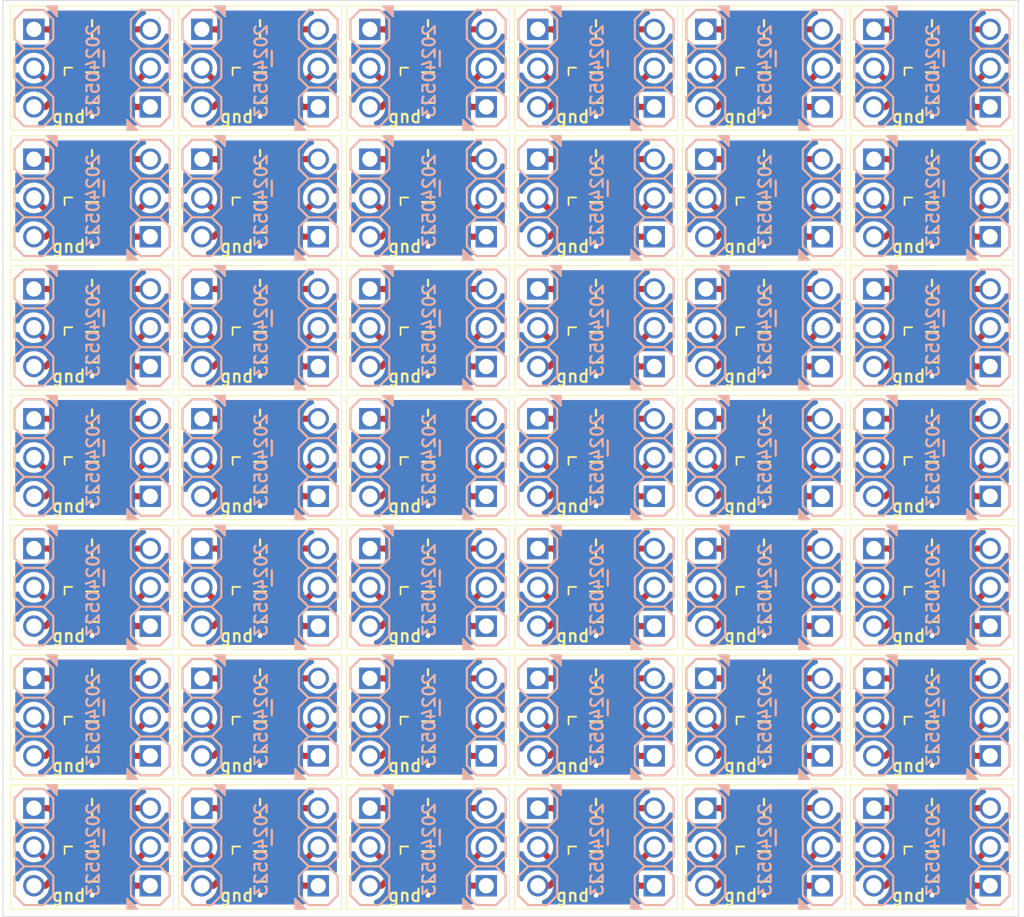
<source format=kicad_pcb>
(kicad_pcb (version 20221018) (generator pcbnew)
  (layers (0 "F.Cu" mixed) (31 "B.Cu" mixed) (34 "B.Paste" user) (35 "F.Paste" user) (36 "B.SilkS" user "B.Silkscreen") (37 "F.SilkS" user "F.Silkscreen") (38 "B.Mask" user) (39 "F.Mask" user) (44 "Edge.Cuts" user))
  (net 0 "")
  (footprint "SquantorIC:SOT363-NXP-hand" (layer "F.Cu") (at 105.834 71.206)
    (fp_text reference "U1" hide)
    (fp_text value "Generic_6pin_IC")
  )
  (footprint "SquantorCapacitor:C_0805+0603" (layer "F.Cu") (at 116.834 50.396)
    (fp_text reference "C1" hide)
    (fp_text value "C")
  )
  (footprint "SquantorTestPoints:TestPoint_hole_H03R07" (layer "F.Cu") (at 105.834 81.611)
    (fp_text reference "TP1" hide)
    (fp_text value "gnd")
  )
  (footprint "SquantorCapacitor:C_0805+0603" (layer "F.Cu") (at 105.834 75.896)
    (fp_text reference "C1" hide)
    (fp_text value "C")
  )
  (footprint "SquantorIC:SOT363-NXP-hand" (layer "F.Cu") (at 149.834 71.206)
    (fp_text reference "U1" hide)
    (fp_text value "Generic_6pin_IC")
  )
  (footprint "SquantorTestPoints:TestPoint_hole_H03R07" (layer "F.Cu") (at 138.834 73.111)
    (fp_text reference "TP1" hide)
    (fp_text value "gnd")
  )
  (footprint "SquantorIC:SOT363-NXP-hand" (layer "F.Cu") (at 127.834 79.706)
    (fp_text reference "U1" hide)
    (fp_text value "Generic_6pin_IC")
  )
  (footprint "SquantorIC:SOT363-NXP-hand" (layer "F.Cu") (at 116.834 71.206)
    (fp_text reference "U1" hide)
    (fp_text value "Generic_6pin_IC")
  )
  (footprint "SquantorTestPoints:TestPoint_hole_H03R07" (layer "F.Cu") (at 160.834 81.611)
    (fp_text reference "TP1" hide)
    (fp_text value "gnd")
  )
  (footprint "SquantorTestPoints:TestPoint_hole_H03R07" (layer "F.Cu") (at 149.834 56.111)
    (fp_text reference "TP1" hide)
    (fp_text value "gnd")
  )
  (footprint "SquantorIC:SOT363-NXP-hand" (layer "F.Cu") (at 127.834 96.706)
    (fp_text reference "U1" hide)
    (fp_text value "Generic_6pin_IC")
  )
  (footprint "SquantorIC:SOT363-NXP-hand" (layer "F.Cu") (at 116.834 62.706)
    (fp_text reference "U1" hide)
    (fp_text value "Generic_6pin_IC")
  )
  (footprint "SquantorCapacitor:C_0805+0603" (layer "F.Cu") (at 138.834 92.896)
    (fp_text reference "C1" hide)
    (fp_text value "C")
  )
  (footprint "SquantorTestPoints:TestPoint_hole_H03R07" (layer "F.Cu") (at 105.834 73.111)
    (fp_text reference "TP1" hide)
    (fp_text value "gnd")
  )
  (footprint "SquantorCapacitor:C_0805+0603" (layer "F.Cu") (at 160.834 75.896)
    (fp_text reference "C1" hide)
    (fp_text value "C")
  )
  (footprint "SquantorTestPoints:TestPoint_hole_H03R07" (layer "F.Cu") (at 160.834 47.611)
    (fp_text reference "TP1" hide)
    (fp_text value "gnd")
  )
  (footprint "SquantorCapacitor:C_0805+0603" (layer "F.Cu") (at 160.834 67.396)
    (fp_text reference "C1" hide)
    (fp_text value "C")
  )
  (footprint "SquantorIC:SOT363-NXP-hand" (layer "F.Cu") (at 127.834 88.206)
    (fp_text reference "U1" hide)
    (fp_text value "Generic_6pin_IC")
  )
  (footprint "SquantorTestPoints:TestPoint_hole_H03R07" (layer "F.Cu") (at 138.834 81.611)
    (fp_text reference "TP1" hide)
    (fp_text value "gnd")
  )
  (footprint "SquantorTestPoints:TestPoint_hole_H03R07" (layer "F.Cu") (at 160.834 73.111)
    (fp_text reference "TP1" hide)
    (fp_text value "gnd")
  )
  (footprint "SquantorIC:SOT363-NXP-hand" (layer "F.Cu") (at 105.834 62.706)
    (fp_text reference "U1" hide)
    (fp_text value "Generic_6pin_IC")
  )
  (footprint "SquantorCapacitor:C_0805+0603" (layer "F.Cu") (at 149.834 84.396)
    (fp_text reference "C1" hide)
    (fp_text value "C")
  )
  (footprint "SquantorIC:SOT363-NXP-hand" (layer "F.Cu") (at 160.834 96.706)
    (fp_text reference "U1" hide)
    (fp_text value "Generic_6pin_IC")
  )
  (footprint "SquantorIC:SOT363-NXP-hand" (layer "F.Cu") (at 138.834 88.206)
    (fp_text reference "U1" hide)
    (fp_text value "Generic_6pin_IC")
  )
  (footprint "SquantorIC:SOT363-NXP-hand" (layer "F.Cu") (at 138.834 62.706)
    (fp_text reference "U1" hide)
    (fp_text value "Generic_6pin_IC")
  )
  (footprint "SquantorCapacitor:C_0805+0603" (layer "F.Cu") (at 127.834 67.396)
    (fp_text reference "C1" hide)
    (fp_text value "C")
  )
  (footprint "SquantorTestPoints:TestPoint_hole_H03R07" (layer "F.Cu") (at 149.834 98.611)
    (fp_text reference "TP1" hide)
    (fp_text value "gnd")
  )
  (footprint "SquantorTestPoints:TestPoint_hole_H03R07" (layer "F.Cu") (at 105.834 47.611)
    (fp_text reference "TP1" hide)
    (fp_text value "gnd")
  )
  (footprint "SquantorTestPoints:TestPoint_hole_H03R07" (layer "F.Cu") (at 149.834 73.111)
    (fp_text reference "TP1" hide)
    (fp_text value "gnd")
  )
  (footprint "SquantorCapacitor:C_0805+0603" (layer "F.Cu") (at 138.834 41.896)
    (fp_text reference "C1" hide)
    (fp_text value "C")
  )
  (footprint "SquantorTestPoints:TestPoint_hole_H03R07" (layer "F.Cu") (at 105.834 98.611)
    (fp_text reference "TP1" hide)
    (fp_text value "gnd")
  )
  (footprint "SquantorIC:SOT363-NXP-hand" (layer "F.Cu") (at 116.834 88.206)
    (fp_text reference "U1" hide)
    (fp_text value "Generic_6pin_IC")
  )
  (footprint "SquantorTestPoints:TestPoint_hole_H03R07" (layer "F.Cu") (at 149.834 64.611)
    (fp_text reference "TP1" hide)
    (fp_text value "gnd")
  )
  (footprint "SquantorIC:SOT363-NXP-hand" (layer "F.Cu") (at 127.834 62.706)
    (fp_text reference "U1" hide)
    (fp_text value "Generic_6pin_IC")
  )
  (footprint "SquantorCapacitor:C_0805+0603" (layer "F.Cu") (at 116.834 41.896)
    (fp_text reference "C1" hide)
    (fp_text value "C")
  )
  (footprint "SquantorIC:SOT363-NXP-hand" (layer "F.Cu") (at 138.834 96.706)
    (fp_text reference "U1" hide)
    (fp_text value "Generic_6pin_IC")
  )
  (footprint "SquantorIC:SOT363-NXP-hand" (layer "F.Cu") (at 116.834 79.706)
    (fp_text reference "U1" hide)
    (fp_text value "Generic_6pin_IC")
  )
  (footprint "SquantorCapacitor:C_0805+0603" (layer "F.Cu") (at 160.834 84.396)
    (fp_text reference "C1" hide)
    (fp_text value "C")
  )
  (footprint "SquantorIC:SOT363-NXP-hand" (layer "F.Cu") (at 138.834 79.706)
    (fp_text reference "U1" hide)
    (fp_text value "Generic_6pin_IC")
  )
  (footprint "SquantorCapacitor:C_0805+0603" (layer "F.Cu") (at 160.834 50.396)
    (fp_text reference "C1" hide)
    (fp_text value "C")
  )
  (footprint "SquantorTestPoints:TestPoint_hole_H03R07" (layer "F.Cu") (at 127.834 90.111)
    (fp_text reference "TP1" hide)
    (fp_text value "gnd")
  )
  (footprint "SquantorIC:SOT363-NXP-hand" (layer "F.Cu") (at 127.834 54.206)
    (fp_text reference "U1" hide)
    (fp_text value "Generic_6pin_IC")
  )
  (footprint "SquantorTestPoints:TestPoint_hole_H03R07" (layer "F.Cu") (at 138.834 90.111)
    (fp_text reference "TP1" hide)
    (fp_text value "gnd")
  )
  (footprint "SquantorTestPoints:TestPoint_hole_H03R07" (layer "F.Cu") (at 116.834 64.611)
    (fp_text reference "TP1" hide)
    (fp_text value "gnd")
  )
  (footprint "SquantorTestPoints:TestPoint_hole_H03R07" (layer "F.Cu") (at 160.834 98.611)
    (fp_text reference "TP1" hide)
    (fp_text value "gnd")
  )
  (footprint "SquantorIC:SOT363-NXP-hand" (layer "F.Cu") (at 105.834 96.706)
    (fp_text reference "U1" hide)
    (fp_text value "Generic_6pin_IC")
  )
  (footprint "SquantorIC:SOT363-NXP-hand" (layer "F.Cu") (at 149.834 45.706)
    (fp_text reference "U1" hide)
    (fp_text value "Generic_6pin_IC")
  )
  (footprint "SquantorTestPoints:TestPoint_hole_H03R07" (layer "F.Cu") (at 116.834 90.111)
    (fp_text reference "TP1" hide)
    (fp_text value "gnd")
  )
  (footprint "SquantorIC:SOT363-NXP-hand" (layer "F.Cu") (at 160.834 45.706)
    (fp_text reference "U1" hide)
    (fp_text value "Generic_6pin_IC")
  )
  (footprint "SquantorTestPoints:TestPoint_hole_H03R07" (layer "F.Cu") (at 160.834 64.611)
    (fp_text reference "TP1" hide)
    (fp_text value "gnd")
  )
  (footprint "SquantorIC:SOT363-NXP-hand" (layer "F.Cu") (at 116.834 96.706)
    (fp_text reference "U1" hide)
    (fp_text value "Generic_6pin_IC")
  )
  (footprint "SquantorTestPoints:TestPoint_hole_H03R07" (layer "F.Cu") (at 127.834 64.611)
    (fp_text reference "TP1" hide)
    (fp_text value "gnd")
  )
  (footprint "SquantorIC:SOT363-NXP-hand" (layer "F.Cu") (at 116.834 54.206)
    (fp_text reference "U1" hide)
    (fp_text value "Generic_6pin_IC")
  )
  (footprint "SquantorIC:SOT363-NXP-hand" (layer "F.Cu") (at 160.834 71.206)
    (fp_text reference "U1" hide)
    (fp_text value "Generic_6pin_IC")
  )
  (footprint "SquantorTestPoints:TestPoint_hole_H03R07" (layer "F.Cu") (at 127.834 81.611)
    (fp_text reference "TP1" hide)
    (fp_text value "gnd")
  )
  (footprint "SquantorTestPoints:TestPoint_hole_H03R07" (layer "F.Cu") (at 138.834 47.611)
    (fp_text reference "TP1" hide)
    (fp_text value "gnd")
  )
  (footprint "SquantorIC:SOT363-NXP-hand" (layer "F.Cu") (at 160.834 88.206)
    (fp_text reference "U1" hide)
    (fp_text value "Generic_6pin_IC")
  )
  (footprint "SquantorIC:SOT363-NXP-hand" (layer "F.Cu") (at 127.834 45.706)
    (fp_text reference "U1" hide)
    (fp_text value "Generic_6pin_IC")
  )
  (footprint "SquantorCapacitor:C_0805+0603" (layer "F.Cu") (at 149.834 50.396)
    (fp_text reference "C1" hide)
    (fp_text value "C")
  )
  (footprint "SquantorCapacitor:C_0805+0603" (layer "F.Cu") (at 116.834 67.396)
    (fp_text reference "C1" hide)
    (fp_text value "C")
  )
  (footprint "SquantorIC:SOT363-NXP-hand" (layer "F.Cu") (at 105.834 79.706)
    (fp_text reference "U1" hide)
    (fp_text value "Generic_6pin_IC")
  )
  (footprint "SquantorIC:SOT363-NXP-hand" (layer "F.Cu") (at 160.834 62.706)
    (fp_text reference "U1" hide)
    (fp_text value "Generic_6pin_IC")
  )
  (footprint "SquantorTestPoints:TestPoint_hole_H03R07" (layer "F.Cu") (at 116.834 73.111)
    (fp_text reference "TP1" hide)
    (fp_text value "gnd")
  )
  (footprint "SquantorCapacitor:C_0805+0603" (layer "F.Cu") (at 149.834 75.896)
    (fp_text reference "C1" hide)
    (fp_text value "C")
  )
  (footprint "SquantorIC:SOT363-NXP-hand" (layer "F.Cu") (at 116.834 45.706)
    (fp_text reference "U1" hide)
    (fp_text value "Generic_6pin_IC")
  )
  (footprint "SquantorIC:SOT363-NXP-hand" (layer "F.Cu") (at 149.834 62.706)
    (fp_text reference "U1" hide)
    (fp_text value "Generic_6pin_IC")
  )
  (footprint "SquantorIC:SOT363-NXP-hand" (layer "F.Cu") (at 149.834 79.706)
    (fp_text reference "U1" hide)
    (fp_text value "Generic_6pin_IC")
  )
  (footprint "SquantorIC:SOT363-NXP-hand" (layer "F.Cu") (at 127.834 71.206)
    (fp_text reference "U1" hide)
    (fp_text value "Generic_6pin_IC")
  )
  (footprint "SquantorCapacitor:C_0805+0603" (layer "F.Cu") (at 149.834 92.896)
    (fp_text reference "C1" hide)
    (fp_text value "C")
  )
  (footprint "SquantorTestPoints:TestPoint_hole_H03R07" (layer "F.Cu") (at 116.834 56.111)
    (fp_text reference "TP1" hide)
    (fp_text value "gnd")
  )
  (footprint "SquantorTestPoints:TestPoint_hole_H03R07" (layer "F.Cu") (at 138.834 64.611)
    (fp_text reference "TP1" hide)
    (fp_text value "gnd")
  )
  (footprint "SquantorCapacitor:C_0805+0603" (layer "F.Cu") (at 127.834 50.396)
    (fp_text reference "C1" hide)
    (fp_text value "C")
  )
  (footprint "SquantorCapacitor:C_0805+0603" (layer "F.Cu") (at 138.834 50.396)
    (fp_text reference "C1" hide)
    (fp_text value "C")
  )
  (footprint "SquantorCapacitor:C_0805+0603" (layer "F.Cu") (at 105.834 92.896)
    (fp_text reference "C1" hide)
    (fp_text value "C")
  )
  (footprint "SquantorTestPoints:TestPoint_hole_H03R07" (layer "F.Cu") (at 149.834 81.611)
    (fp_text reference "TP1" hide)
    (fp_text value "gnd")
  )
  (footprint "SquantorTestPoints:TestPoint_hole_H03R07" (layer "F.Cu") (at 105.834 90.111)
    (fp_text reference "TP1" hide)
    (fp_text value "gnd")
  )
  (footprint "SquantorCapacitor:C_0805+0603" (layer "F.Cu") (at 138.834 58.896)
    (fp_text reference "C1" hide)
    (fp_text value "C")
  )
  (footprint "SquantorTestPoints:TestPoint_hole_H03R07" (layer "F.Cu") (at 116.834 98.611)
    (fp_text reference "TP1" hide)
    (fp_text value "gnd")
  )
  (footprint "SquantorTestPoints:TestPoint_hole_H03R07" (layer "F.Cu") (at 160.834 90.111)
    (fp_text reference "TP1" hide)
    (fp_text value "gnd")
  )
  (footprint "SquantorTestPoints:TestPoint_hole_H03R07" (layer "F.Cu") (at 138.834 98.611)
    (fp_text reference "TP1" hide)
    (fp_text value "gnd")
  )
  (footprint "SquantorTestPoints:TestPoint_hole_H03R07" (layer "F.Cu") (at 127.834 98.611)
    (fp_text reference "TP1" hide)
    (fp_text value "gnd")
  )
  (footprint "SquantorIC:SOT363-NXP-hand" (layer "F.Cu") (at 138.834 71.206)
    (fp_text reference "U1" hide)
    (fp_text value "Generic_6pin_IC")
  )
  (footprint "SquantorIC:SOT363-NXP-hand" (layer "F.Cu") (at 149.834 96.706)
    (fp_text reference "U1" hide)
    (fp_text value "Generic_6pin_IC")
  )
  (footprint "SquantorCapacitor:C_0805+0603" (layer "F.Cu") (at 105.834 67.396)
    (fp_text reference "C1" hide)
    (fp_text value "C")
  )
  (footprint "SquantorCapacitor:C_0805+0603" (layer "F.Cu") (at 127.834 75.896)
    (fp_text reference "C1" hide)
    (fp_text value "C")
  )
  (footprint "SquantorCapacitor:C_0805+0603" (layer "F.Cu") (at 160.834 41.896)
    (fp_text reference "C1" hide)
    (fp_text value "C")
  )
  (footprint "SquantorTestPoints:TestPoint_hole_H03R07" (layer "F.Cu") (at 138.834 56.111)
    (fp_text reference "TP1" hide)
    (fp_text value "gnd")
  )
  (footprint "SquantorCapacitor:C_0805+0603" (layer "F.Cu") (at 160.834 92.896)
    (fp_text reference "C1" hide)
    (fp_text value "C")
  )
  (footprint "SquantorIC:SOT363-NXP-hand" (layer "F.Cu") (at 105.834 88.206)
    (fp_text reference "U1" hide)
    (fp_text value "Generic_6pin_IC")
  )
  (footprint "SquantorIC:SOT363-NXP-hand" (layer "F.Cu") (at 160.834 79.706)
    (fp_text reference "U1" hide)
    (fp_text value "Generic_6pin_IC")
  )
  (footprint "SquantorIC:SOT363-NXP-hand" (layer "F.Cu") (at 105.834 45.706)
    (fp_text reference "U1" hide)
    (fp_text value "Generic_6pin_IC")
  )
  (footprint "SquantorCapacitor:C_0805+0603" (layer "F.Cu") (at 138.834 75.896)
    (fp_text reference "C1" hide)
    (fp_text value "C")
  )
  (footprint "SquantorCapacitor:C_0805+0603" (layer "F.Cu") (at 138.834 84.396)
    (fp_text reference "C1" hide)
    (fp_text value "C")
  )
  (footprint "SquantorCapacitor:C_0805+0603" (layer "F.Cu") (at 105.834 58.896)
    (fp_text reference "C1" hide)
    (fp_text value "C")
  )
  (footprint "SquantorCapacitor:C_0805+0603" (layer "F.Cu") (at 116.834 84.396)
    (fp_text reference "C1" hide)
    (fp_text value "C")
  )
  (footprint "SquantorCapacitor:C_0805+0603" (layer "F.Cu") (at 127.834 58.896)
    (fp_text reference "C1" hide)
    (fp_text value "C")
  )
  (footprint "SquantorCapacitor:C_0805+0603" (layer "F.Cu") (at 138.834 67.396)
    (fp_text reference "C1" hide)
    (fp_text value "C")
  )
  (footprint "SquantorTestPoints:TestPoint_hole_H03R07" (layer "F.Cu") (at 116.834 47.611)
    (fp_text reference "TP1" hide)
    (fp_text value "gnd")
  )
  (footprint "SquantorTestPoints:TestPoint_hole_H03R07" (layer "F.Cu") (at 127.834 73.111)
    (fp_text reference "TP1" hide)
    (fp_text value "gnd")
  )
  (footprint "SquantorIC:SOT363-NXP-hand" (layer "F.Cu") (at 138.834 54.206)
    (fp_text reference "U1" hide)
    (fp_text value "Generic_6pin_IC")
  )
  (footprint "SquantorCapacitor:C_0805+0603" (layer "F.Cu") (at 160.834 58.896)
    (fp_text reference "C1" hide)
    (fp_text value "C")
  )
  (footprint "SquantorTestPoints:TestPoint_hole_H03R07" (layer "F.Cu") (at 105.834 56.111)
    (fp_text reference "TP1" hide)
    (fp_text value "gnd")
  )
  (footprint "SquantorIC:SOT363-NXP-hand" (layer "F.Cu") (at 149.834 88.206)
    (fp_text reference "U1" hide)
    (fp_text value "Generic_6pin_IC")
  )
  (footprint "SquantorIC:SOT363-NXP-hand" (layer "F.Cu") (at 138.834 45.706)
    (fp_text reference "U1" hide)
    (fp_text value "Generic_6pin_IC")
  )
  (footprint "SquantorTestPoints:TestPoint_hole_H03R07" (layer "F.Cu") (at 116.834 81.611)
    (fp_text reference "TP1" hide)
    (fp_text value "gnd")
  )
  (footprint "SquantorTestPoints:TestPoint_hole_H03R07" (layer "F.Cu") (at 127.834 56.111)
    (fp_text reference "TP1" hide)
    (fp_text value "gnd")
  )
  (footprint "SquantorCapacitor:C_0805+0603" (layer "F.Cu") (at 105.834 41.896)
    (fp_text reference "C1" hide)
    (fp_text value "C")
  )
  (footprint "SquantorCapacitor:C_0805+0603" (layer "F.Cu") (at 127.834 41.896)
    (fp_text reference "C1" hide)
    (fp_text value "C")
  )
  (footprint "SquantorTestPoints:TestPoint_hole_H03R07" (layer "F.Cu") (at 149.834 90.111)
    (fp_text reference "TP1" hide)
    (fp_text value "gnd")
  )
  (footprint "SquantorCapacitor:C_0805+0603" (layer "F.Cu") (at 116.834 75.896)
    (fp_text reference "C1" hide)
    (fp_text value "C")
  )
  (footprint "SquantorCapacitor:C_0805+0603" (layer "F.Cu") (at 149.834 58.896)
    (fp_text reference "C1" hide)
    (fp_text value "C")
  )
  (footprint "SquantorCapacitor:C_0805+0603" (layer "F.Cu") (at 149.834 41.896)
    (fp_text reference "C1" hide)
    (fp_text value "C")
  )
  (footprint "SquantorTestPoints:TestPoint_hole_H03R07" (layer "F.Cu") (at 105.834 64.611)
    (fp_text reference "TP1" hide)
    (fp_text value "gnd")
  )
  (footprint "SquantorTestPoints:TestPoint_hole_H03R07" (layer "F.Cu") (at 127.834 47.611)
    (fp_text reference "TP1" hide)
    (fp_text value "gnd")
  )
  (footprint "SquantorCapacitor:C_0805+0603" (layer "F.Cu") (at 149.834 67.396)
    (fp_text reference "C1" hide)
    (fp_text value "C")
  )
  (footprint "SquantorIC:SOT363-NXP-hand" (layer "F.Cu") (at 160.834 54.206)
    (fp_text reference "U1" hide)
    (fp_text value "Generic_6pin_IC")
  )
  (footprint "SquantorCapacitor:C_0805+0603" (layer "F.Cu") (at 116.834 58.896)
    (fp_text reference "C1" hide)
    (fp_text value "C")
  )
  (footprint "SquantorCapacitor:C_0805+0603" (layer "F.Cu") (at 127.834 92.896)
    (fp_text reference "C1" hide)
    (fp_text value "C")
  )
  (footprint "SquantorCapacitor:C_0805+0603" (layer "F.Cu") (at 127.834 84.396)
    (fp_text reference "C1" hide)
    (fp_text value "C")
  )
  (footprint "SquantorTestPoints:TestPoint_hole_H03R07" (layer "F.Cu") (at 160.834 56.111)
    (fp_text reference "TP1" hide)
    (fp_text value "gnd")
  )
  (footprint "SquantorCapacitor:C_0805+0603" (layer "F.Cu") (at 105.834 84.396)
    (fp_text reference "C1" hide)
    (fp_text value "C")
  )
  (footprint "SquantorCapacitor:C_0805+0603" (layer "F.Cu") (at 116.834 92.896)
    (fp_text reference "C1" hide)
    (fp_text value "C")
  )
  (footprint "SquantorIC:SOT363-NXP-hand" (layer "F.Cu") (at 149.834 54.206)
    (fp_text reference "U1" hide)
    (fp_text value "Generic_6pin_IC")
  )
  (footprint "SquantorIC:SOT363-NXP-hand" (layer "F.Cu") (at 105.834 54.206)
    (fp_text reference "U1" hide)
    (fp_text value "Generic_6pin_IC")
  )
  (footprint "SquantorTestPoints:TestPoint_hole_H03R07" (layer "F.Cu") (at 149.834 47.611)
    (fp_text reference "TP1" hide)
    (fp_text value "gnd")
  )
  (footprint "SquantorCapacitor:C_0805+0603" (layer "F.Cu") (at 105.834 50.396)
    (fp_text reference "C1" hide)
    (fp_text value "C")
  )
  (footprint "SquantorConnectors:Header-0254-1X03-H010" (layer "B.Cu") (at 142.644 44.436 90)
    (fp_text reference "J2" hide)
    (fp_text value "Conn_01x03" hide)
  )
  (footprint "SquantorLabels:Label_Generic" (layer "B.Cu") (at 106.004 43.816 -90)
    (fp_text reference "N1" hide)
    (fp_text value "20240523")
  )
  (footprint "SquantorConnectors:Header-0254-1X03-H010" (layer "B.Cu") (at 135.024 95.436 -90)
    (fp_text reference "J1" hide)
    (fp_text value "Conn_01x03" hide)
  )
  (footprint "SquantorLabels:Label_Generic" (layer "B.Cu") (at 128.004 69.316 -90)
    (fp_text reference "N1" hide)
    (fp_text value "20240523")
  )
  (footprint "SquantorConnectors:Header-0254-1X03-H010" (layer "B.Cu") (at 102.024 95.436 -90)
    (fp_text reference "J1" hide)
    (fp_text value "Conn_01x03" hide)
  )
  (footprint "SquantorLabels:Label_Generic" (layer "B.Cu") (at 139.004 69.316 -90)
    (fp_text reference "N1" hide)
    (fp_text value "20240523")
  )
  (footprint "SquantorLabels:Label_Generic" (layer "B.Cu") (at 128.004 60.816 -90)
    (fp_text reference "N1" hide)
    (fp_text value "20240523")
  )
  (footprint "SquantorConnectors:Header-0254-1X03-H010" (layer "B.Cu") (at 124.024 61.436 -90)
    (fp_text reference "J1" hide)
    (fp_text value "Conn_01x03" hide)
  )
  (footprint "SquantorConnectors:Header-0254-1X03-H010" (layer "B.Cu") (at 164.644 69.936 90)
    (fp_text reference "J2" hide)
    (fp_text value "Conn_01x03" hide)
  )
  (footprint "SquantorConnectors:Header-0254-1X03-H010" (layer "B.Cu") (at 164.644 44.436 90)
    (fp_text reference "J2" hide)
    (fp_text value "Conn_01x03" hide)
  )
  (footprint "SquantorConnectors:Header-0254-1X03-H010" (layer "B.Cu") (at 157.024 78.436 -90)
    (fp_text reference "J1" hide)
    (fp_text value "Conn_01x03" hide)
  )
  (footprint "SquantorConnectors:Header-0254-1X03-H010" (layer "B.Cu") (at 113.024 61.436 -90)
    (fp_text reference "J1" hide)
    (fp_text value "Conn_01x03" hide)
  )
  (footprint "SquantorLabels:Label_Generic" (layer "B.Cu") (at 128.004 86.316 -90)
    (fp_text reference "N1" hide)
    (fp_text value "20240523")
  )
  (footprint "SquantorConnectors:Header-0254-1X03-H010" (layer "B.Cu") (at 113.024 78.436 -90)
    (fp_text reference "J1" hide)
    (fp_text value "Conn_01x03" hide)
  )
  (footprint "SquantorConnectors:Header-0254-1X03-H010" (layer "B.Cu") (at 153.644 69.936 90)
    (fp_text reference "J2" hide)
    (fp_text value "Conn_01x03" hide)
  )
  (footprint "SquantorConnectors:Header-0254-1X03-H010" (layer "B.Cu") (at 146.024 52.936 -90)
    (fp_text reference "J1" hide)
    (fp_text value "Conn_01x03" hide)
  )
  (footprint "SquantorConnectors:Header-0254-1X03-H010" (layer "B.Cu") (at 146.024 44.436 -90)
    (fp_text reference "J1" hide)
    (fp_text value "Conn_01x03" hide)
  )
  (footprint "SquantorConnectors:Header-0254-1X03-H010" (layer "B.Cu") (at 164.644 78.436 90)
    (fp_text reference "J2" hide)
    (fp_text value "Conn_01x03" hide)
  )
  (footprint "SquantorLabels:Label_Generic" (layer "B.Cu") (at 139.004 77.816 -90)
    (fp_text reference "N1" hide)
    (fp_text value "20240523")
  )
  (footprint "SquantorConnectors:Header-0254-1X03-H010" (layer "B.Cu") (at 124.024 86.936 -90)
    (fp_text reference "J1" hide)
    (fp_text value "Conn_01x03" hide)
  )
  (footprint "SquantorConnectors:Header-0254-1X03-H010" (layer "B.Cu") (at 131.644 44.436 90)
    (fp_text reference "J2" hide)
    (fp_text value "Conn_01x03" hide)
  )
  (footprint "SquantorConnectors:Header-0254-1X03-H010" (layer "B.Cu") (at 109.644 61.436 90)
    (fp_text reference "J2" hide)
    (fp_text value "Conn_01x03" hide)
  )
  (footprint "SquantorConnectors:Header-0254-1X03-H010" (layer "B.Cu") (at 164.644 61.436 90)
    (fp_text reference "J2" hide)
    (fp_text value "Conn_01x03" hide)
  )
  (footprint "SquantorLabels:Label_Generic" (layer "B.Cu") (at 161.004 52.316 -90)
    (fp_text reference "N1" hide)
    (fp_text value "20240523")
  )
  (footprint "SquantorConnectors:Header-0254-1X03-H010" (layer "B.Cu") (at 120.644 61.436 90)
    (fp_text reference "J2" hide)
    (fp_text value "Conn_01x03" hide)
  )
  (footprint "SquantorConnectors:Header-0254-1X03-H010" (layer "B.Cu") (at 142.644 78.436 90)
    (fp_text reference "J2" hide)
    (fp_text value "Conn_01x03" hide)
  )
  (footprint "SquantorConnectors:Header-0254-1X03-H010" (layer "B.Cu") (at 120.644 86.936 90)
    (fp_text reference "J2" hide)
    (fp_text value "Conn_01x03" hide)
  )
  (footprint "SquantorLabels:Label_Generic" (layer "B.Cu") (at 117.004 94.816 -90)
    (fp_text reference "N1" hide)
    (fp_text value "20240523")
  )
  (footprint "SquantorConnectors:Header-0254-1X03-H010" (layer "B.Cu") (at 131.644 78.436 90)
    (fp_text reference "J2" hide)
    (fp_text value "Conn_01x03" hide)
  )
  (footprint "SquantorConnectors:Header-0254-1X03-H010" (layer "B.Cu") (at 157.024 61.436 -90)
    (fp_text reference "J1" hide)
    (fp_text value "Conn_01x03" hide)
  )
  (footprint "SquantorConnectors:Header-0254-1X03-H010" (layer "B.Cu") (at 124.024 52.936 -90)
    (fp_text reference "J1" hide)
    (fp_text value "Conn_01x03" hide)
  )
  (footprint "SquantorLabels:Label_Generic" (layer "B.Cu") (at 117.004 52.316 -90)
    (fp_text reference "N1" hide)
    (fp_text value "20240523")
  )
  (footprint "SquantorConnectors:Header-0254-1X03-H010" (layer "B.Cu") (at 131.644 52.936 90)
    (fp_text reference "J2" hide)
    (fp_text value "Conn_01x03" hide)
  )
  (footprint "SquantorConnectors:Header-0254-1X03-H010" (layer "B.Cu") (at 153.644 44.436 90)
    (fp_text reference "J2" hide)
    (fp_text value "Conn_01x03" hide)
  )
  (footprint "SquantorLabels:Label_Generic" (layer "B.Cu") (at 117.004 77.816 -90)
    (fp_text reference "N1" hide)
    (fp_text value "20240523")
  )
  (footprint "SquantorConnectors:Header-0254-1X03-H010" (layer "B.Cu") (at 131.644 95.436 90)
    (fp_text reference "J2" hide)
    (fp_text value "Conn_01x03" hide)
  )
  (footprint "SquantorConnectors:Header-0254-1X03-H010" (layer "B.Cu") (at 135.024 52.936 -90)
    (fp_text reference "J1" hide)
    (fp_text value "Conn_01x03" hide)
  )
  (footprint "SquantorConnectors:Header-0254-1X03-H010" (layer "B.Cu") (at 102.024 52.936 -90)
    (fp_text reference "J1" hide)
    (fp_text value "Conn_01x03" hide)
  )
  (footprint "SquantorLabels:Label_Generic" (layer "B.Cu") (at 106.004 60.816 -90)
    (fp_text reference "N1" hide)
    (fp_text value "20240523")
  )
  (footprint "SquantorConnectors:Header-0254-1X03-H010" (layer "B.Cu") (at 124.024 44.436 -90)
    (fp_text reference "J1" hide)
    (fp_text value "Conn_01x03" hide)
  )
  (footprint "SquantorLabels:Label_Generic" (layer "B.Cu") (at 128.004 52.316 -90)
    (fp_text reference "N1" hide)
    (fp_text value "20240523")
  )
  (footprint "SquantorLabels:Label_Generic" (layer "B.Cu") (at 150.004 43.816 -90)
    (fp_text reference "N1" hide)
    (fp_text value "20240523")
  )
  (footprint "SquantorConnectors:Header-0254-1X03-H010" (layer "B.Cu") (at 153.644 52.936 90)
    (fp_text reference "J2" hide)
    (fp_text value "Conn_01x03" hide)
  )
  (footprint "SquantorConnectors:Header-0254-1X03-H010" (layer "B.Cu") (at 157.024 69.936 -90)
    (fp_text reference "J1" hide)
    (fp_text value "Conn_01x03" hide)
  )
  (footprint "SquantorConnectors:Header-0254-1X03-H010" (layer "B.Cu") (at 164.644 86.936 90)
    (fp_text reference "J2" hide)
    (fp_text value "Conn_01x03" hide)
  )
  (footprint "SquantorConnectors:Header-0254-1X03-H010" (layer "B.Cu") (at 120.644 69.936 90)
    (fp_text reference "J2" hide)
    (fp_text value "Conn_01x03" hide)
  )
  (footprint "SquantorConnectors:Header-0254-1X03-H010" (layer "B.Cu") (at 153.644 95.436 90)
    (fp_text reference "J2" hide)
    (fp_text value "Conn_01x03" hide)
  )
  (footprint "SquantorLabels:Label_Generic" (layer "B.Cu") (at 150.004 77.816 -90)
    (fp_text reference "N1" hide)
    (fp_text value "20240523")
  )
  (footprint "SquantorConnectors:Header-0254-1X03-H010" (layer "B.Cu") (at 157.024 44.436 -90)
    (fp_text reference "J1" hide)
    (fp_text value "Conn_01x03" hide)
  )
  (footprint "SquantorConnectors:Header-0254-1X03-H010" (layer "B.Cu") (at 109.644 69.936 90)
    (fp_text reference "J2" hide)
    (fp_text value "Conn_01x03" hide)
  )
  (footprint "SquantorLabels:Label_Generic" (layer "B.Cu") (at 161.004 69.316 -90)
    (fp_text reference "N1" hide)
    (fp_text value "20240523")
  )
  (footprint "SquantorLabels:Label_Generic" (layer "B.Cu") (at 161.004 60.816 -90)
    (fp_text reference "N1" hide)
    (fp_text value "20240523")
  )
  (footprint "SquantorConnectors:Header-0254-1X03-H010" (layer "B.Cu") (at 157.024 52.936 -90)
    (fp_text reference "J1" hide)
    (fp_text value "Conn_01x03" hide)
  )
  (footprint "SquantorConnectors:Header-0254-1X03-H010" (layer "B.Cu") (at 142.644 86.936 90)
    (fp_text reference "J2" hide)
    (fp_text value "Conn_01x03" hide)
  )
  (footprint "SquantorLabels:Label_Generic" (layer "B.Cu") (at 106.004 52.316 -90)
    (fp_text reference "N1" hide)
    (fp_text value "20240523")
  )
  (footprint "SquantorConnectors:Header-0254-1X03-H010" (layer "B.Cu") (at 146.024 78.436 -90)
    (fp_text reference "J1" hide)
    (fp_text value "Conn_01x03" hide)
  )
  (footprint "SquantorLabels:Label_Generic" (layer "B.Cu") (at 139.004 60.816 -90)
    (fp_text reference "N1" hide)
    (fp_text value "20240523")
  )
  (footprint "SquantorConnectors:Header-0254-1X03-H010" (layer "B.Cu") (at 146.024 86.936 -90)
    (fp_text reference "J1" hide)
    (fp_text value "Conn_01x03" hide)
  )
  (footprint "SquantorConnectors:Header-0254-1X03-H010" (layer "B.Cu") (at 142.644 61.436 90)
    (fp_text reference "J2" hide)
    (fp_text value "Conn_01x03" hide)
  )
  (footprint "SquantorLabels:Label_Generic" (layer "B.Cu") (at 161.004 94.816 -90)
    (fp_text reference "N1" hide)
    (fp_text value "20240523")
  )
  (footprint "SquantorLabels:Label_Generic" (layer "B.Cu") (at 139.004 43.816 -90)
    (fp_text reference "N1" hide)
    (fp_text value "20240523")
  )
  (footprint "SquantorConnectors:Header-0254-1X03-H010" (layer "B.Cu") (at 142.644 52.936 90)
    (fp_text reference "J2" hide)
    (fp_text value "Conn_01x03" hide)
  )
  (footprint "SquantorConnectors:Header-0254-1X03-H010" (layer "B.Cu") (at 102.024 69.936 -90)
    (fp_text reference "J1" hide)
    (fp_text value "Conn_01x03" hide)
  )
  (footprint "SquantorConnectors:Header-0254-1X03-H010" (layer "B.Cu") (at 113.024 95.436 -90)
    (fp_text reference "J1" hide)
    (fp_text value "Conn_01x03" hide)
  )
  (footprint "SquantorLabels:Label_Generic" (layer "B.Cu") (at 150.004 94.816 -90)
    (fp_text reference "N1" hide)
    (fp_text value "20240523")
  )
  (footprint "SquantorConnectors:Header-0254-1X03-H010" (layer "B.Cu") (at 120.644 78.436 90)
    (fp_text reference "J2" hide)
    (fp_text value "Conn_01x03" hide)
  )
  (footprint "SquantorConnectors:Header-0254-1X03-H010" (layer "B.Cu") (at 153.644 61.436 90)
    (fp_text reference "J2" hide)
    (fp_text value "Conn_01x03" hide)
  )
  (footprint "SquantorLabels:Label_Generic" (layer "B.Cu") (at 117.004 43.816 -90)
    (fp_text reference "N1" hide)
    (fp_text value "20240523")
  )
  (footprint "SquantorConnectors:Header-0254-1X03-H010" (layer "B.Cu") (at 102.024 61.436 -90)
    (fp_text reference "J1" hide)
    (fp_text value "Conn_01x03" hide)
  )
  (footprint "SquantorConnectors:Header-0254-1X03-H010" (layer "B.Cu") (at 102.024 86.936 -90)
    (fp_text reference "J1" hide)
    (fp_text value "Conn_01x03" hide)
  )
  (footprint "SquantorConnectors:Header-0254-1X03-H010" (layer "B.Cu") (at 135.024 44.436 -90)
    (fp_text reference "J1" hide)
    (fp_text value "Conn_01x03" hide)
  )
  (footprint "SquantorConnectors:Header-0254-1X03-H010" (layer "B.Cu") (at 120.644 44.436 90)
    (fp_text reference "J2" hide)
    (fp_text value "Conn_01x03" hide)
  )
  (footprint "SquantorLabels:Label_Generic" (layer "B.Cu") (at 128.004 94.816 -90)
    (fp_text reference "N1" hide)
    (fp_text value "20240523")
  )
  (footprint "SquantorLabels:Label_Generic" (layer "B.Cu") (at 161.004 43.816 -90)
    (fp_text reference "N1" hide)
    (fp_text value "20240523")
  )
  (footprint "SquantorConnectors:Header-0254-1X03-H010" (layer "B.Cu") (at 109.644 78.436 90)
    (fp_text reference "J2" hide)
    (fp_text value "Conn_01x03" hide)
  )
  (footprint "SquantorLabels:Label_Generic" (layer "B.Cu") (at 150.004 86.316 -90)
    (fp_text reference "N1" hide)
    (fp_text value "20240523")
  )
  (footprint "SquantorConnectors:Header-0254-1X03-H010" (layer "B.Cu") (at 146.024 69.936 -90)
    (fp_text reference "J1" hide)
    (fp_text value "Conn_01x03" hide)
  )
  (footprint "SquantorConnectors:Header-0254-1X03-H010" (layer "B.Cu") (at 113.024 86.936 -90)
    (fp_text reference "J1" hide)
    (fp_text value "Conn_01x03" hide)
  )
  (footprint "SquantorConnectors:Header-0254-1X03-H010" (layer "B.Cu") (at 124.024 95.436 -90)
    (fp_text reference "J1" hide)
    (fp_text value "Conn_01x03" hide)
  )
  (footprint "SquantorConnectors:Header-0254-1X03-H010" (layer "B.Cu") (at 135.024 78.436 -90)
    (fp_text reference "J1" hide)
    (fp_text value "Conn_01x03" hide)
  )
  (footprint "SquantorConnectors:Header-0254-1X03-H010" (layer "B.Cu") (at 131.644 69.936 90)
    (fp_text reference "J2" hide)
    (fp_text value "Conn_01x03" hide)
  )
  (footprint "SquantorConnectors:Header-0254-1X03-H010" (layer "B.Cu") (at 113.024 69.936 -90)
    (fp_text reference "J1" hide)
    (fp_text value "Conn_01x03" hide)
  )
  (footprint "SquantorLabels:Label_Generic" (layer "B.Cu") (at 106.004 77.816 -90)
    (fp_text reference "N1" hide)
    (fp_text value "20240523")
  )
  (footprint "SquantorLabels:Label_Generic" (layer "B.Cu") (at 106.004 94.816 -90)
    (fp_text reference "N1" hide)
    (fp_text value "20240523")
  )
  (footprint "SquantorLabels:Label_Generic" (layer "B.Cu") (at 128.004 77.816 -90)
    (fp_text reference "N1" hide)
    (fp_text value "20240523")
  )
  (footprint "SquantorLabels:Label_Generic" (layer "B.Cu") (at 150.004 69.316 -90)
    (fp_text reference "N1" hide)
    (fp_text value "20240523")
  )
  (footprint "SquantorLabels:Label_Generic" (layer "B.Cu") (at 150.004 60.816 -90)
    (fp_text reference "N1" hide)
    (fp_text value "20240523")
  )
  (footprint "SquantorLabels:Label_Generic" (layer "B.Cu") (at 161.004 86.316 -90)
    (fp_text reference "N1" hide)
    (fp_text value "20240523")
  )
  (footprint "SquantorConnectors:Header-0254-1X03-H010" (layer "B.Cu") (at 146.024 61.436 -90)
    (fp_text reference "J1" hide)
    (fp_text value "Conn_01x03" hide)
  )
  (footprint "SquantorConnectors:Header-0254-1X03-H010" (layer "B.Cu") (at 102.024 44.436 -90)
    (fp_text reference "J1" hide)
    (fp_text value "Conn_01x03" hide)
  )
  (footprint "SquantorLabels:Label_Generic" (layer "B.Cu") (at 117.004 69.316 -90)
    (fp_text reference "N1" hide)
    (fp_text value "20240523")
  )
  (footprint "SquantorConnectors:Header-0254-1X03-H010" (layer "B.Cu") (at 102.024 78.436 -90)
    (fp_text reference "J1" hide)
    (fp_text value "Conn_01x03" hide)
  )
  (footprint "SquantorLabels:Label_Generic" (layer "B.Cu") (at 139.004 86.316 -90)
    (fp_text reference "N1" hide)
    (fp_text value "20240523")
  )
  (footprint "SquantorConnectors:Header-0254-1X03-H010" (layer "B.Cu") (at 164.644 52.936 90)
    (fp_text reference "J2" hide)
    (fp_text value "Conn_01x03" hide)
  )
  (footprint "SquantorConnectors:Header-0254-1X03-H010" (layer "B.Cu") (at 109.644 44.436 90)
    (fp_text reference "J2" hide)
    (fp_text value "Conn_01x03" hide)
  )
  (footprint "SquantorConnectors:Header-0254-1X03-H010" (layer "B.Cu") (at 124.024 78.436 -90)
    (fp_text reference "J1" hide)
    (fp_text value "Conn_01x03" hide)
  )
  (footprint "SquantorConnectors:Header-0254-1X03-H010" (layer "B.Cu") (at 120.644 95.436 90)
    (fp_text reference "J2" hide)
    (fp_text value "Conn_01x03" hide)
  )
  (footprint "SquantorLabels:Label_Generic" (layer "B.Cu") (at 161.004 77.816 -90)
    (fp_text reference "N1" hide)
    (fp_text value "20240523")
  )
  (footprint "SquantorConnectors:Header-0254-1X03-H010" (layer "B.Cu") (at 135.024 69.936 -90)
    (fp_text reference "J1" hide)
    (fp_text value "Conn_01x03" hide)
  )
  (footprint "SquantorConnectors:Header-0254-1X03-H010" (layer "B.Cu") (at 113.024 44.436 -90)
    (fp_text reference "J1" hide)
    (fp_text value "Conn_01x03" hide)
  )
  (footprint "SquantorConnectors:Header-0254-1X03-H010" (layer "B.Cu") (at 135.024 86.936 -90)
    (fp_text reference "J1" hide)
    (fp_text value "Conn_01x03" hide)
  )
  (footprint "SquantorConnectors:Header-0254-1X03-H010" (layer "B.Cu") (at 164.644 95.436 90)
    (fp_text reference "J2" hide)
    (fp_text value "Conn_01x03" hide)
  )
  (footprint "SquantorLabels:Label_Generic" (layer "B.Cu") (at 106.004 86.316 -90)
    (fp_text reference "N1" hide)
    (fp_text value "20240523")
  )
  (footprint "SquantorConnectors:Header-0254-1X03-H010" (layer "B.Cu") (at 131.644 86.936 90)
    (fp_text reference "J2" hide)
    (fp_text value "Conn_01x03" hide)
  )
  (footprint "SquantorConnectors:Header-0254-1X03-H010" (layer "B.Cu") (at 131.644 61.436 90)
    (fp_text reference "J2" hide)
    (fp_text value "Conn_01x03" hide)
  )
  (footprint "SquantorLabels:Label_Generic" (layer "B.Cu") (at 139.004 94.816 -90)
    (fp_text reference "N1" hide)
    (fp_text value "20240523")
  )
  (footprint "SquantorConnectors:Header-0254-1X03-H010" (layer "B.Cu") (at 153.644 78.436 90)
    (fp_text reference "J2" hide)
    (fp_text value "Conn_01x03" hide)
  )
  (footprint "SquantorConnectors:Header-0254-1X03-H010" (layer "B.Cu") (at 124.024 69.936 -90)
    (fp_text reference "J1" hide)
    (fp_text value "Conn_01x03" hide)
  )
  (footprint "SquantorConnectors:Header-0254-1X03-H010" (layer "B.Cu") (at 157.024 95.436 -90)
    (fp_text reference "J1" hide)
    (fp_text value "Conn_01x03" hide)
  )
  (footprint "SquantorConnectors:Header-0254-1X03-H010" (layer "B.Cu") (at 157.024 86.936 -90)
    (fp_text reference "J1" hide)
    (fp_text value "Conn_01x03" hide)
  )
  (footprint "SquantorConnectors:Header-0254-1X03-H010" (layer "B.Cu") (at 113.024 52.936 -90)
    (fp_text reference "J1" hide)
    (fp_text value "Conn_01x03" hide)
  )
  (footprint "SquantorConnectors:Header-0254-1X03-H010" (layer "B.Cu") (at 109.644 52.936 90)
    (fp_text reference "J2" hide)
    (fp_text value "Conn_01x03" hide)
  )
  (footprint "SquantorLabels:Label_Generic" (layer "B.Cu") (at 128.004 43.816 -90)
    (fp_text reference "N1" hide)
    (fp_text value "20240523")
  )
  (footprint "SquantorConnectors:Header-0254-1X03-H010" (layer "B.Cu") (at 135.024 61.436 -90)
    (fp_text reference "J1" hide)
    (fp_text value "Conn_01x03" hide)
  )
  (footprint "SquantorConnectors:Header-0254-1X03-H010" (layer "B.Cu") (at 146.024 95.436 -90)
    (fp_text reference "J1" hide)
    (fp_text value "Conn_01x03" hide)
  )
  (footprint "SquantorLabels:Label_Generic" (layer "B.Cu") (at 106.004 69.316 -90)
    (fp_text reference "N1" hide)
    (fp_text value "20240523")
  )
  (footprint "SquantorConnectors:Header-0254-1X03-H010" (layer "B.Cu") (at 153.644 86.936 90)
    (fp_text reference "J2" hide)
    (fp_text value "Conn_01x03" hide)
  )
  (footprint "SquantorLabels:Label_Generic" (layer "B.Cu") (at 139.004 52.316 -90)
    (fp_text reference "N1" hide)
    (fp_text value "20240523")
  )
  (footprint "SquantorLabels:Label_Generic" (layer "B.Cu") (at 117.004 60.816 -90)
    (fp_text reference "N1" hide)
    (fp_text value "20240523")
  )
  (footprint "SquantorConnectors:Header-0254-1X03-H010" (layer "B.Cu") (at 120.644 52.936 90)
    (fp_text reference "J2" hide)
    (fp_text value "Conn_01x03" hide)
  )
  (footprint "SquantorLabels:Label_Generic" (layer "B.Cu") (at 150.004 52.316 -90)
    (fp_text reference "N1" hide)
    (fp_text value "20240523")
  )
  (footprint "SquantorConnectors:Header-0254-1X03-H010" (layer "B.Cu") (at 109.644 95.436 90)
    (fp_text reference "J2" hide)
    (fp_text value "Conn_01x03" hide)
  )
  (footprint "SquantorConnectors:Header-0254-1X03-H010" (layer "B.Cu") (at 142.644 69.936 90)
    (fp_text reference "J2" hide)
    (fp_text value "Conn_01x03" hide)
  )
  (footprint "SquantorConnectors:Header-0254-1X03-H010" (layer "B.Cu") (at 142.644 95.436 90)
    (fp_text reference "J2" hide)
    (fp_text value "Conn_01x03" hide)
  )
  (footprint "SquantorConnectors:Header-0254-1X03-H010" (layer "B.Cu") (at 109.644 86.936 90)
    (fp_text reference "J2" hide)
    (fp_text value "Conn_01x03" hide)
  )
  (footprint "SquantorLabels:Label_Generic" (layer "B.Cu") (at 117.004 86.316 -90)
    (fp_text reference "N1" hide)
    (fp_text value "20240523")
  )
  (gr_line (start 144.5 57) (end 155.168 57) (stroke (width 0.05)) (layer "F.SilkS"))
  (gr_line (start 144.5 57.372) (end 144.5 65.5) (stroke (width 0.05)) (layer "F.SilkS"))
  (gr_line (start 155.5 48.872) (end 155.5 57) (stroke (width 0.05)) (layer "F.SilkS"))
  (gr_line (start 144.5 74.372) (end 144.5 82.5) (stroke (width 0.05)) (layer "F.SilkS"))
  (gr_line (start 144.168 82.872) (end 133.5 82.872) (stroke (width 0.05)) (layer "F.SilkS"))
  (gr_line (start 133.5 91) (end 144.168 91) (stroke (width 0.05)) (layer "F.SilkS"))
  (gr_line (start 144.5 82.872) (end 144.5 91) (stroke (width 0.05)) (layer "F.SilkS"))
  (gr_line (start 122.5 91.372) (end 122.5 99.5) (stroke (width 0.05)) (layer "F.SilkS"))
  (gr_line (start 122.5 74.372) (end 122.5 82.5) (stroke (width 0.05)) (layer "F.SilkS"))
  (gr_line (start 122.5 82.5) (end 133.168 82.5) (stroke (width 0.05)) (layer "F.SilkS"))
  (gr_line (start 166.168 91.372) (end 155.5 91.372) (stroke (width 0.05)) (layer "F.SilkS"))
  (gr_line (start 100.5 91) (end 111.168 91) (stroke (width 0.05)) (layer "F.SilkS"))
  (gr_line (start 166.168 99.5) (end 166.168 91.372) (stroke (width 0.05)) (layer "F.SilkS"))
  (gr_line (start 111.5 74.372) (end 111.5 82.5) (stroke (width 0.05)) (layer "F.SilkS"))
  (gr_line (start 133.168 57.372) (end 122.5 57.372) (stroke (width 0.05)) (layer "F.SilkS"))
  (gr_line (start 155.5 82.872) (end 155.5 91) (stroke (width 0.05)) (layer "F.SilkS"))
  (gr_line (start 111.5 57) (end 122.168 57) (stroke (width 0.05)) (layer "F.SilkS"))
  (gr_line (start 166.168 65.872) (end 155.5 65.872) (stroke (width 0.05)) (layer "F.SilkS"))
  (gr_line (start 133.168 91.372) (end 122.5 91.372) (stroke (width 0.05)) (layer "F.SilkS"))
  (gr_line (start 122.168 57.372) (end 111.5 57.372) (stroke (width 0.05)) (layer "F.SilkS"))
  (gr_line (start 133.168 99.5) (end 133.168 91.372) (stroke (width 0.05)) (layer "F.SilkS"))
  (gr_line (start 122.5 91) (end 133.168 91) (stroke (width 0.05)) (layer "F.SilkS"))
  (gr_line (start 100.5 99.5) (end 111.168 99.5) (stroke (width 0.05)) (layer "F.SilkS"))
  (gr_line (start 166.168 74.372) (end 155.5 74.372) (stroke (width 0.05)) (layer "F.SilkS"))
  (gr_line (start 111.168 40.372) (end 100.5 40.372) (stroke (width 0.05)) (layer "F.SilkS"))
  (gr_line (start 111.5 82.5) (end 122.168 82.5) (stroke (width 0.05)) (layer "F.SilkS"))
  (gr_line (start 122.168 65.872) (end 111.5 65.872) (stroke (width 0.05)) (layer "F.SilkS"))
  (gr_line (start 166.168 91) (end 166.168 82.872) (stroke (width 0.05)) (layer "F.SilkS"))
  (gr_line (start 122.5 48.872) (end 122.5 57) (stroke (width 0.05)) (layer "F.SilkS"))
  (gr_line (start 144.5 65.5) (end 155.168 65.5) (stroke (width 0.05)) (layer "F.SilkS"))
  (gr_line (start 155.168 74) (end 155.168 65.872) (stroke (width 0.05)) (layer "F.SilkS"))
  (gr_line (start 111.168 48.5) (end 111.168 40.372) (stroke (width 0.05)) (layer "F.SilkS"))
  (gr_line (start 144.5 91.372) (end 144.5 99.5) (stroke (width 0.05)) (layer "F.SilkS"))
  (gr_line (start 133.5 65.872) (end 133.5 74) (stroke (width 0.05)) (layer "F.SilkS"))
  (gr_line (start 144.168 82.5) (end 144.168 74.372) (stroke (width 0.05)) (layer "F.SilkS"))
  (gr_line (start 111.168 48.872) (end 100.5 48.872) (stroke (width 0.05)) (layer "F.SilkS"))
  (gr_line (start 166.168 82.872) (end 155.5 82.872) (stroke (width 0.05)) (layer "F.SilkS"))
  (gr_line (start 133.168 82.872) (end 122.5 82.872) (stroke (width 0.05)) (layer "F.SilkS"))
  (gr_line (start 155.5 65.872) (end 155.5 74) (stroke (width 0.05)) (layer "F.SilkS"))
  (gr_line (start 133.168 74.372) (end 122.5 74.372) (stroke (width 0.05)) (layer "F.SilkS"))
  (gr_line (start 166.168 65.5) (end 166.168 57.372) (stroke (width 0.05)) (layer "F.SilkS"))
  (gr_line (start 111.168 82.5) (end 111.168 74.372) (stroke (width 0.05)) (layer "F.SilkS"))
  (gr_line (start 111.168 57) (end 111.168 48.872) (stroke (width 0.05)) (layer "F.SilkS"))
  (gr_line (start 122.168 40.372) (end 111.5 40.372) (stroke (width 0.05)) (layer "F.SilkS"))
  (gr_line (start 122.5 99.5) (end 133.168 99.5) (stroke (width 0.05)) (layer "F.SilkS"))
  (gr_line (start 144.168 99.5) (end 144.168 91.372) (stroke (width 0.05)) (layer "F.SilkS"))
  (gr_line (start 111.5 99.5) (end 122.168 99.5) (stroke (width 0.05)) (layer "F.SilkS"))
  (gr_line (start 122.5 65.872) (end 122.5 74) (stroke (width 0.05)) (layer "F.SilkS"))
  (gr_line (start 111.5 57.372) (end 111.5 65.5) (stroke (width 0.05)) (layer "F.SilkS"))
  (gr_line (start 155.5 82.5) (end 166.168 82.5) (stroke (width 0.05)) (layer "F.SilkS"))
  (gr_line (start 100.5 57) (end 111.168 57) (stroke (width 0.05)) (layer "F.SilkS"))
  (gr_line (start 144.5 82.5) (end 155.168 82.5) (stroke (width 0.05)) (layer "F.SilkS"))
  (gr_line (start 155.168 82.5) (end 155.168 74.372) (stroke (width 0.05)) (layer "F.SilkS"))
  (gr_line (start 155.168 40.372) (end 144.5 40.372) (stroke (width 0.05)) (layer "F.SilkS"))
  (gr_line (start 122.168 48.5) (end 122.168 40.372) (stroke (width 0.05)) (layer "F.SilkS"))
  (gr_line (start 155.5 91.372) (end 155.5 99.5) (stroke (width 0.05)) (layer "F.SilkS"))
  (gr_line (start 111.5 40.372) (end 111.5 48.5) (stroke (width 0.05)) (layer "F.SilkS"))
  (gr_line (start 166.168 74) (end 166.168 65.872) (stroke (width 0.05)) (layer "F.SilkS"))
  (gr_line (start 144.5 99.5) (end 155.168 99.5) (stroke (width 0.05)) (layer "F.SilkS"))
  (gr_line (start 144.5 65.872) (end 144.5 74) (stroke (width 0.05)) (layer "F.SilkS"))
  (gr_line (start 144.5 74) (end 155.168 74) (stroke (width 0.05)) (layer "F.SilkS"))
  (gr_line (start 111.168 91) (end 111.168 82.872) (stroke (width 0.05)) (layer "F.SilkS"))
  (gr_line (start 144.168 74) (end 144.168 65.872) (stroke (width 0.05)) (layer "F.SilkS"))
  (gr_line (start 100.5 48.872) (end 100.5 57) (stroke (width 0.05)) (layer "F.SilkS"))
  (gr_line (start 155.5 57) (end 166.168 57) (stroke (width 0.05)) (layer "F.SilkS"))
  (gr_line (start 122.168 82.872) (end 111.5 82.872) (stroke (width 0.05)) (layer "F.SilkS"))
  (gr_line (start 155.168 48.5) (end 155.168 40.372) (stroke (width 0.05)) (layer "F.SilkS"))
  (gr_line (start 144.168 40.372) (end 133.5 40.372) (stroke (width 0.05)) (layer "F.SilkS"))
  (gr_line (start 133.168 65.872) (end 122.5 65.872) (stroke (width 0.05)) (layer "F.SilkS"))
  (gr_line (start 133.168 48.5) (end 133.168 40.372) (stroke (width 0.05)) (layer "F.SilkS"))
  (gr_line (start 133.5 40.372) (end 133.5 48.5) (stroke (width 0.05)) (layer "F.SilkS"))
  (gr_line (start 155.5 74.372) (end 155.5 82.5) (stroke (width 0.05)) (layer "F.SilkS"))
  (gr_line (start 133.168 40.372) (end 122.5 40.372) (stroke (width 0.05)) (layer "F.SilkS"))
  (gr_line (start 133.5 65.5) (end 144.168 65.5) (stroke (width 0.05)) (layer "F.SilkS"))
  (gr_line (start 100.5 74) (end 111.168 74) (stroke (width 0.05)) (layer "F.SilkS"))
  (gr_line (start 100.5 65.5) (end 111.168 65.5) (stroke (width 0.05)) (layer "F.SilkS"))
  (gr_line (start 122.5 65.5) (end 133.168 65.5) (stroke (width 0.05)) (layer "F.SilkS"))
  (gr_line (start 122.168 74.372) (end 111.5 74.372) (stroke (width 0.05)) (layer "F.SilkS"))
  (gr_line (start 100.5 57.372) (end 100.5 65.5) (stroke (width 0.05)) (layer "F.SilkS"))
  (gr_line (start 100.5 82.872) (end 100.5 91) (stroke (width 0.05)) (layer "F.SilkS"))
  (gr_line (start 133.168 57) (end 133.168 48.872) (stroke (width 0.05)) (layer "F.SilkS"))
  (gr_line (start 155.168 65.5) (end 155.168 57.372) (stroke (width 0.05)) (layer "F.SilkS"))
  (gr_line (start 100.5 65.872) (end 100.5 74) (stroke (width 0.05)) (layer "F.SilkS"))
  (gr_line (start 155.5 40.372) (end 155.5 48.5) (stroke (width 0.05)) (layer "F.SilkS"))
  (gr_line (start 100.5 48.5) (end 111.168 48.5) (stroke (width 0.05)) (layer "F.SilkS"))
  (gr_line (start 111.168 65.872) (end 100.5 65.872) (stroke (width 0.05)) (layer "F.SilkS"))
  (gr_line (start 100.5 91.372) (end 100.5 99.5) (stroke (width 0.05)) (layer "F.SilkS"))
  (gr_line (start 155.5 99.5) (end 166.168 99.5) (stroke (width 0.05)) (layer "F.SilkS"))
  (gr_line (start 111.5 65.872) (end 111.5 74) (stroke (width 0.05)) (layer "F.SilkS"))
  (gr_line (start 133.5 74.372) (end 133.5 82.5) (stroke (width 0.05)) (layer "F.SilkS"))
  (gr_line (start 155.168 57.372) (end 144.5 57.372) (stroke (width 0.05)) (layer "F.SilkS"))
  (gr_line (start 155.168 82.872) (end 144.5 82.872) (stroke (width 0.05)) (layer "F.SilkS"))
  (gr_line (start 111.5 82.872) (end 111.5 91) (stroke (width 0.05)) (layer "F.SilkS"))
  (gr_line (start 122.5 57) (end 133.168 57) (stroke (width 0.05)) (layer "F.SilkS"))
  (gr_line (start 122.5 74) (end 133.168 74) (stroke (width 0.05)) (layer "F.SilkS"))
  (gr_line (start 155.168 57) (end 155.168 48.872) (stroke (width 0.05)) (layer "F.SilkS"))
  (gr_line (start 133.5 82.872) (end 133.5 91) (stroke (width 0.05)) (layer "F.SilkS"))
  (gr_line (start 111.5 48.5) (end 122.168 48.5) (stroke (width 0.05)) (layer "F.SilkS"))
  (gr_line (start 111.168 99.5) (end 111.168 91.372) (stroke (width 0.05)) (layer "F.SilkS"))
  (gr_line (start 144.5 48.5) (end 155.168 48.5) (stroke (width 0.05)) (layer "F.SilkS"))
  (gr_line (start 122.5 40.372) (end 122.5 48.5) (stroke (width 0.05)) (layer "F.SilkS"))
  (gr_line (start 144.5 40.372) (end 144.5 48.5) (stroke (width 0.05)) (layer "F.SilkS"))
  (gr_line (start 144.5 48.872) (end 144.5 57) (stroke (width 0.05)) (layer "F.SilkS"))
  (gr_line (start 166.168 48.5) (end 166.168 40.372) (stroke (width 0.05)) (layer "F.SilkS"))
  (gr_line (start 144.168 65.872) (end 133.5 65.872) (stroke (width 0.05)) (layer "F.SilkS"))
  (gr_line (start 144.168 57) (end 144.168 48.872) (stroke (width 0.05)) (layer "F.SilkS"))
  (gr_line (start 155.5 65.5) (end 166.168 65.5) (stroke (width 0.05)) (layer "F.SilkS"))
  (gr_line (start 122.5 57.372) (end 122.5 65.5) (stroke (width 0.05)) (layer "F.SilkS"))
  (gr_line (start 122.168 48.872) (end 111.5 48.872) (stroke (width 0.05)) (layer "F.SilkS"))
  (gr_line (start 133.5 48.872) (end 133.5 57) (stroke (width 0.05)) (layer "F.SilkS"))
  (gr_line (start 166.168 48.872) (end 155.5 48.872) (stroke (width 0.05)) (layer "F.SilkS"))
  (gr_line (start 166.168 57.372) (end 155.5 57.372) (stroke (width 0.05)) (layer "F.SilkS"))
  (gr_line (start 122.5 48.5) (end 133.168 48.5) (stroke (width 0.05)) (layer "F.SilkS"))
  (gr_line (start 133.5 82.5) (end 144.168 82.5) (stroke (width 0.05)) (layer "F.SilkS"))
  (gr_line (start 144.168 48.872) (end 133.5 48.872) (stroke (width 0.05)) (layer "F.SilkS"))
  (gr_line (start 155.168 91) (end 155.168 82.872) (stroke (width 0.05)) (layer "F.SilkS"))
  (gr_line (start 144.5 91) (end 155.168 91) (stroke (width 0.05)) (layer "F.SilkS"))
  (gr_line (start 155.5 74) (end 166.168 74) (stroke (width 0.05)) (layer "F.SilkS"))
  (gr_line (start 111.5 74) (end 122.168 74) (stroke (width 0.05)) (layer "F.SilkS"))
  (gr_line (start 133.168 91) (end 133.168 82.872) (stroke (width 0.05)) (layer "F.SilkS"))
  (gr_line (start 166.168 40.372) (end 155.5 40.372) (stroke (width 0.05)) (layer "F.SilkS"))
  (gr_line (start 111.5 91) (end 122.168 91) (stroke (width 0.05)) (layer "F.SilkS"))
  (gr_line (start 111.5 65.5) (end 122.168 65.5) (stroke (width 0.05)) (layer "F.SilkS"))
  (gr_line (start 133.5 48.5) (end 144.168 48.5) (stroke (width 0.05)) (layer "F.SilkS"))
  (gr_line (start 155.5 91) (end 166.168 91) (stroke (width 0.05)) (layer "F.SilkS"))
  (gr_line (start 111.5 48.872) (end 111.5 57) (stroke (width 0.05)) (layer "F.SilkS"))
  (gr_line (start 122.168 91) (end 122.168 82.872) (stroke (width 0.05)) (layer "F.SilkS"))
  (gr_line (start 166.168 82.5) (end 166.168 74.372) (stroke (width 0.05)) (layer "F.SilkS"))
  (gr_line (start 122.168 65.5) (end 122.168 57.372) (stroke (width 0.05)) (layer "F.SilkS"))
  (gr_line (start 111.5 91.372) (end 111.5 99.5) (stroke (width 0.05)) (layer "F.SilkS"))
  (gr_line (start 133.168 74) (end 133.168 65.872) (stroke (width 0.05)) (layer "F.SilkS"))
  (gr_line (start 144.168 48.5) (end 144.168 40.372) (stroke (width 0.05)) (layer "F.SilkS"))
  (gr_line (start 133.5 99.5) (end 144.168 99.5) (stroke (width 0.05)) (layer "F.SilkS"))
  (gr_line (start 111.168 91.372) (end 100.5 91.372) (stroke (width 0.05)) (layer "F.SilkS"))
  (gr_line (start 133.168 82.5) (end 133.168 74.372) (stroke (width 0.05)) (layer "F.SilkS"))
  (gr_line (start 111.168 74.372) (end 100.5 74.372) (stroke (width 0.05)) (layer "F.SilkS"))
  (gr_line (start 133.5 91.372) (end 133.5 99.5) (stroke (width 0.05)) (layer "F.SilkS"))
  (gr_line (start 133.5 57) (end 144.168 57) (stroke (width 0.05)) (layer "F.SilkS"))
  (gr_line (start 122.168 99.5) (end 122.168 91.372) (stroke (width 0.05)) (layer "F.SilkS"))
  (gr_line (start 155.168 74.372) (end 144.5 74.372) (stroke (width 0.05)) (layer "F.SilkS"))
  (gr_line (start 111.168 57.372) (end 100.5 57.372) (stroke (width 0.05)) (layer "F.SilkS"))
  (gr_line (start 133.5 74) (end 144.168 74) (stroke (width 0.05)) (layer "F.SilkS"))
  (gr_line (start 100.5 40.372) (end 100.5 48.5) (stroke (width 0.05)) (layer "F.SilkS"))
  (gr_line (start 155.168 91.372) (end 144.5 91.372) (stroke (width 0.05)) (layer "F.SilkS"))
  (gr_line (start 155.5 48.5) (end 166.168 48.5) (stroke (width 0.05)) (layer "F.SilkS"))
  (gr_line (start 122.168 91.372) (end 111.5 91.372) (stroke (width 0.05)) (layer "F.SilkS"))
  (gr_line (start 166.168 57) (end 166.168 48.872) (stroke (width 0.05)) (layer "F.SilkS"))
  (gr_line (start 144.168 91.372) (end 133.5 91.372) (stroke (width 0.05)) (layer "F.SilkS"))
  (gr_line (start 122.5 82.872) (end 122.5 91) (stroke (width 0.05)) (layer "F.SilkS"))
  (gr_line (start 133.168 65.5) (end 133.168 57.372) (stroke (width 0.05)) (layer "F.SilkS"))
  (gr_line (start 144.168 74.372) (end 133.5 74.372) (stroke (width 0.05)) (layer "F.SilkS"))
  (gr_line (start 144.168 65.5) (end 144.168 57.372) (stroke (width 0.05)) (layer "F.SilkS"))
  (gr_line (start 155.168 65.872) (end 144.5 65.872) (stroke (width 0.05)) (layer "F.SilkS"))
  (gr_line (start 133.5 57.372) (end 133.5 65.5) (stroke (width 0.05)) (layer "F.SilkS"))
  (gr_line (start 100.5 82.5) (end 111.168 82.5) (stroke (width 0.05)) (layer "F.SilkS"))
  (gr_line (start 133.168 48.872) (end 122.5 48.872) (stroke (width 0.05)) (layer "F.SilkS"))
  (gr_line (start 155.168 48.872) (end 144.5 48.872) (stroke (width 0.05)) (layer "F.SilkS"))
  (gr_line (start 111.168 65.5) (end 111.168 57.372) (stroke (width 0.05)) (layer "F.SilkS"))
  (gr_line (start 155.168 99.5) (end 155.168 91.372) (stroke (width 0.05)) (layer "F.SilkS"))
  (gr_line (start 122.168 57) (end 122.168 48.872) (stroke (width 0.05)) (layer "F.SilkS"))
  (gr_line (start 122.168 82.5) (end 122.168 74.372) (stroke (width 0.05)) (layer "F.SilkS"))
  (gr_line (start 122.168 74) (end 122.168 65.872) (stroke (width 0.05)) (layer "F.SilkS"))
  (gr_line (start 100.5 74.372) (end 100.5 82.5) (stroke (width 0.05)) (layer "F.SilkS"))
  (gr_line (start 111.168 82.872) (end 100.5 82.872) (stroke (width 0.05)) (layer "F.SilkS"))
  (gr_line (start 155.5 57.372) (end 155.5 65.5) (stroke (width 0.05)) (layer "F.SilkS"))
  (gr_line (start 111.168 74) (end 111.168 65.872) (stroke (width 0.05)) (layer "F.SilkS"))
  (gr_line (start 144.168 91) (end 144.168 82.872) (stroke (width 0.05)) (layer "F.SilkS"))
  (gr_line (start 144.168 57.372) (end 133.5 57.372) (stroke (width 0.05)) (layer "F.SilkS"))
  (gr_line (start 100 100) (end 166.5 100) (stroke (width 0.05)) (layer "Edge.Cuts"))
  (gr_line (start 100 100) (end 100 40) (stroke (width 0.05)) (layer "Edge.Cuts"))
  (gr_line (start 166.5 40) (end 100 40) (stroke (width 0.05)) (layer "Edge.Cuts"))
  (gr_line (start 166.5 100) (end 166.5 40) (stroke (width 0.05)) (layer "Edge.Cuts"))
  (segment (start 106.884 88.206) (end 108.374 88.206) (width 0.4) (layer "F.Cu") (net 0))
  (segment (start 119.374 67.65) (end 119.628 67.396) (width 0.4) (layer "F.Cu") (net 0))
  (segment (start 119.374 88.206) (end 120.644 86.936) (width 0.4) (layer "F.Cu") (net 0))
  (segment (start 125.294 44.69) (end 125.294 42.15) (width 0.4) (layer "F.Cu") (net 0))
  (segment (start 163.374 95.69) (end 163.374 93.15) (width 0.4) (layer "F.Cu") (net 0))
  (segment (start 146.786 97.976) (end 146.024 97.976) (width 0.4) (layer "F.Cu") (net 0))
  (segment (start 147.56 53.456) (end 147.294 53.19) (width 0.4) (layer "F.Cu") (net 0))
  (segment (start 104.784 46.456) (end 103.306 46.456) (width 0.4) (layer "F.Cu") (net 0))
  (segment (start 137.784 54.956) (end 136.306 54.956) (width 0.4) (layer "F.Cu") (net 0))
  (segment (start 141.374 45.706) (end 142.644 44.436) (width 0.4) (layer "F.Cu") (net 0))
  (segment (start 150.884 45.706) (end 152.374 45.706) (width 0.4) (layer "F.Cu") (net 0))
  (segment (start 104.784 88.956) (end 103.306 88.956) (width 0.4) (layer "F.Cu") (net 0))
  (segment (start 104.784 70.456) (end 103.56 70.456) (width 0.4) (layer "F.Cu") (net 0))
  (segment (start 119.108 54.956) (end 119.628 55.476) (width 0.4) (layer "F.Cu") (net 0))
  (segment (start 108.374 53.19) (end 108.374 50.65) (width 0.4) (layer "F.Cu") (net 0))
  (segment (start 148.784 79.706) (end 147.294 79.706) (width 0.4) (layer "F.Cu") (net 0))
  (segment (start 136.294 84.65) (end 136.04 84.396) (width 0.4) (layer "F.Cu") (net 0))
  (segment (start 147.294 87.19) (end 147.294 84.65) (width 0.4) (layer "F.Cu") (net 0))
  (segment (start 163.374 70.19) (end 163.374 67.65) (width 0.4) (layer "F.Cu") (net 0))
  (segment (start 124.786 72.476) (end 124.024 72.476) (width 0.4) (layer "F.Cu") (net 0))
  (segment (start 147.306 88.956) (end 146.786 89.476) (width 0.4) (layer "F.Cu") (net 0))
  (segment (start 114.294 88.206) (end 113.024 86.936) (width 0.4) (layer "F.Cu") (net 0))
  (segment (start 114.04 67.396) (end 113.024 67.396) (width 0.4) (layer "F.Cu") (net 0))
  (segment (start 115.784 61.956) (end 114.56 61.956) (width 0.4) (layer "F.Cu") (net 0))
  (segment (start 119.108 95.956) (end 119.374 95.69) (width 0.4) (layer "F.Cu") (net 0))
  (segment (start 152.628 75.896) (end 153.644 75.896) (width 0.4) (layer "F.Cu") (net 0))
  (segment (start 158.294 61.69) (end 158.294 59.15) (width 0.4) (layer "F.Cu") (net 0))
  (segment (start 137.784 88.956) (end 136.306 88.956) (width 0.4) (layer "F.Cu") (net 0))
  (segment (start 125.306 88.956) (end 124.786 89.476) (width 0.4) (layer "F.Cu") (net 0))
  (segment (start 148.784 96.706) (end 147.294 96.706) (width 0.4) (layer "F.Cu") (net 0))
  (segment (start 125.306 54.956) (end 124.786 55.476) (width 0.4) (layer "F.Cu") (net 0))
  (segment (start 130.628 84.396) (end 131.644 84.396) (width 0.4) (layer "F.Cu") (net 0))
  (segment (start 163.374 59.15) (end 163.628 58.896) (width 0.4) (layer "F.Cu") (net 0))
  (segment (start 137.784 71.206) (end 136.294 71.206) (width 0.4) (layer "F.Cu") (net 0))
  (segment (start 141.374 87.19) (end 141.374 84.65) (width 0.4) (layer "F.Cu") (net 0))
  (segment (start 136.56 61.956) (end 136.294 61.69) (width 0.4) (layer "F.Cu") (net 0))
  (segment (start 103.04 84.396) (end 102.024 84.396) (width 0.4) (layer "F.Cu") (net 0))
  (segment (start 117.884 54.956) (end 119.108 54.956) (width 0.4) (layer "F.Cu") (net 0))
  (segment (start 114.294 87.19) (end 114.294 84.65) (width 0.4) (layer "F.Cu") (net 0))
  (segment (start 150.884 46.456) (end 152.108 46.456) (width 0.4) (layer "F.Cu") (net 0))
  (segment (start 139.884 95.956) (end 141.108 95.956) (width 0.4) (layer "F.Cu") (net 0))
  (segment (start 130.108 87.456) (end 130.374 87.19) (width 0.4) (layer "F.Cu") (net 0))
  (segment (start 104.784 53.456) (end 103.56 53.456) (width 0.4) (layer "F.Cu") (net 0))
  (segment (start 152.108 63.456) (end 152.628 63.976) (width 0.4) (layer "F.Cu") (net 0))
  (segment (start 130.374 78.69) (end 130.374 76.15) (width 0.4) (layer "F.Cu") (net 0))
  (segment (start 159.784 63.456) (end 158.306 63.456) (width 0.4) (layer "F.Cu") (net 0))
  (segment (start 114.294 67.65) (end 114.04 67.396) (width 0.4) (layer "F.Cu") (net 0))
  (segment (start 139.884 71.956) (end 141.108 71.956) (width 0.4) (layer "F.Cu") (net 0))
  (segment (start 125.04 41.896) (end 124.024 41.896) (width 0.4) (layer "F.Cu") (net 0))
  (segment (start 120.644 72.476) (end 119.628 72.476) (width 0.4) (layer "F.Cu") (net 0))
  (segment (start 125.306 71.956) (end 124.786 72.476) (width 0.4) (layer "F.Cu") (net 0))
  (segment (start 126.784 46.456) (end 125.306 46.456) (width 0.4) (layer "F.Cu") (net 0))
  (segment (start 141.108 80.456) (end 141.628 80.976) (width 0.4) (layer "F.Cu") (net 0))
  (segment (start 163.374 71.206) (end 164.644 69.936) (width 0.4) (layer "F.Cu") (net 0))
  (segment (start 114.306 46.456) (end 113.786 46.976) (width 0.4) (layer "F.Cu") (net 0))
  (segment (start 119.108 78.956) (end 119.374 78.69) (width 0.4) (layer "F.Cu") (net 0))
  (segment (start 130.374 96.706) (end 131.644 95.436) (width 0.4) (layer "F.Cu") (net 0))
  (segment (start 114.294 95.69) (end 114.294 93.15) (width 0.4) (layer "F.Cu") (net 0))
  (segment (start 108.628 92.896) (end 109.644 92.896) (width 0.4) (layer "F.Cu") (net 0))
  (segment (start 146.786 46.976) (end 146.024 46.976) (width 0.4) (layer "F.Cu") (net 0))
  (segment (start 158.56 44.956) (end 158.294 44.69) (width 0.4) (layer "F.Cu") (net 0))
  (segment (start 161.884 61.956) (end 163.108 61.956) (width 0.4) (layer "F.Cu") (net 0))
  (segment (start 141.374 84.65) (end 141.628 84.396) (width 0.4) (layer "F.Cu") (net 0))
  (segment (start 147.294 54.206) (end 146.024 52.936) (width 0.4) (layer "F.Cu") (net 0))
  (segment (start 130.108 88.956) (end 130.628 89.476) (width 0.4) (layer "F.Cu") (net 0))
  (segment (start 141.108 61.956) (end 141.374 61.69) (width 0.4) (layer "F.Cu") (net 0))
  (segment (start 141.374 78.69) (end 141.374 76.15) (width 0.4) (layer "F.Cu") (net 0))
  (segment (start 114.306 71.956) (end 113.786 72.476) (width 0.4) (layer "F.Cu") (net 0))
  (segment (start 104.784 88.206) (end 103.294 88.206) (width 0.4) (layer "F.Cu") (net 0))
  (segment (start 147.294 79.706) (end 146.024 78.436) (width 0.4) (layer "F.Cu") (net 0))
  (segment (start 147.306 80.456) (end 146.786 80.976) (width 0.4) (layer "F.Cu") (net 0))
  (segment (start 103.294 45.706) (end 102.024 44.436) (width 0.4) (layer "F.Cu") (net 0))
  (segment (start 125.294 87.19) (end 125.294 84.65) (width 0.4) (layer "F.Cu") (net 0))
  (segment (start 128.884 54.206) (end 130.374 54.206) (width 0.4) (layer "F.Cu") (net 0))
  (segment (start 137.784 95.956) (end 136.56 95.956) (width 0.4) (layer "F.Cu") (net 0))
  (segment (start 115.784 63.456) (end 114.306 63.456) (width 0.4) (layer "F.Cu") (net 0))
  (segment (start 147.306 54.956) (end 146.786 55.476) (width 0.4) (layer "F.Cu") (net 0))
  (segment (start 148.784 62.706) (end 147.294 62.706) (width 0.4) (layer "F.Cu") (net 0))
  (segment (start 150.884 71.956) (end 152.108 71.956) (width 0.4) (layer "F.Cu") (net 0))
  (segment (start 148.784 46.456) (end 147.306 46.456) (width 0.4) (layer "F.Cu") (net 0))
  (segment (start 137.784 53.456) (end 136.56 53.456) (width 0.4) (layer "F.Cu") (net 0))
  (segment (start 126.784 78.956) (end 125.56 78.956) (width 0.4) (layer "F.Cu") (net 0))
  (segment (start 150.884 70.456) (end 152.108 70.456) (width 0.4) (layer "F.Cu") (net 0))
  (segment (start 114.56 87.456) (end 114.294 87.19) (width 0.4) (layer "F.Cu") (net 0))
  (segment (start 119.628 75.896) (end 120.644 75.896) (width 0.4) (layer "F.Cu") (net 0))
  (segment (start 139.884 62.706) (end 141.374 62.706) (width 0.4) (layer "F.Cu") (net 0))
  (segment (start 141.628 75.896) (end 142.644 75.896) (width 0.4) (layer "F.Cu") (net 0))
  (segment (start 147.294 50.65) (end 147.04 50.396) (width 0.4) (layer "F.Cu") (net 0))
  (segment (start 126.784 80.456) (end 125.306 80.456) (width 0.4) (layer "F.Cu") (net 0))
  (segment (start 148.784 44.956) (end 147.56 44.956) (width 0.4) (layer "F.Cu") (net 0))
  (segment (start 117.884 62.706) (end 119.374 62.706) (width 0.4) (layer "F.Cu") (net 0))
  (segment (start 161.884 53.456) (end 163.108 53.456) (width 0.4) (layer "F.Cu") (net 0))
  (segment (start 163.628 75.896) (end 164.644 75.896) (width 0.4) (layer "F.Cu") (net 0))
  (segment (start 136.56 44.956) (end 136.294 44.69) (width 0.4) (layer "F.Cu") (net 0))
  (segment (start 113.786 80.976) (end 113.024 80.976) (width 0.4) (layer "F.Cu") (net 0))
  (segment (start 130.108 61.956) (end 130.374 61.69) (width 0.4) (layer "F.Cu") (net 0))
  (segment (start 130.374 93.15) (end 130.628 92.896) (width 0.4) (layer "F.Cu") (net 0))
  (segment (start 161.884 71.206) (end 163.374 71.206) (width 0.4) (layer "F.Cu") (net 0))
  (segment (start 152.374 88.206) (end 153.644 86.936) (width 0.4) (layer "F.Cu") (net 0))
  (segment (start 147.56 95.956) (end 147.294 95.69) (width 0.4) (layer "F.Cu") (net 0))
  (segment (start 103.56 70.456) (end 103.294 70.19) (width 0.4) (layer "F.Cu") (net 0))
  (segment (start 114.306 54.956) (end 113.786 55.476) (width 0.4) (layer "F.Cu") (net 0))
  (segment (start 139.884 97.456) (end 141.108 97.456) (width 0.4) (layer "F.Cu") (net 0))
  (segment (start 128.884 63.456) (end 130.108 63.456) (width 0.4) (layer "F.Cu") (net 0))
  (segment (start 163.374 84.65) (end 163.628 84.396) (width 0.4) (layer "F.Cu") (net 0))
  (segment (start 147.04 92.896) (end 146.024 92.896) (width 0.4) (layer "F.Cu") (net 0))
  (segment (start 114.294 45.706) (end 113.024 44.436) (width 0.4) (layer "F.Cu") (net 0))
  (segment (start 157.786 72.476) (end 157.024 72.476) (width 0.4) (layer "F.Cu") (net 0))
  (segment (start 161.884 45.706) (end 163.374 45.706) (width 0.4) (layer "F.Cu") (net 0))
  (segment (start 139.884 88.956) (end 141.108 88.956) (width 0.4) (layer "F.Cu") (net 0))
  (segment (start 142.644 63.976) (end 141.628 63.976) (width 0.4) (layer "F.Cu") (net 0))
  (segment (start 119.374 76.15) (end 119.628 75.896) (width 0.4) (layer "F.Cu") (net 0))
  (segment (start 126.784 54.956) (end 125.306 54.956) (width 0.4) (layer "F.Cu") (net 0))
  (segment (start 152.374 71.206) (end 153.644 69.936) (width 0.4) (layer "F.Cu") (net 0))
  (segment (start 141.628 50.396) (end 142.644 50.396) (width 0.4) (layer "F.Cu") (net 0))
  (segment (start 157.786 97.976) (end 157.024 97.976) (width 0.4) (layer "F.Cu") (net 0))
  (segment (start 128.884 80.456) (end 130.108 80.456) (width 0.4) (layer "F.Cu") (net 0))
  (segment (start 126.784 53.456) (end 125.56 53.456) (width 0.4) (layer "F.Cu") (net 0))
  (segment (start 161.884 79.706) (end 163.374 79.706) (width 0.4) (layer "F.Cu") (net 0))
  (segment (start 130.374 95.69) (end 130.374 93.15) (width 0.4) (layer "F.Cu") (net 0))
  (segment (start 102.786 89.476) (end 102.024 89.476) (width 0.4) (layer "F.Cu") (net 0))
  (segment (start 109.644 63.976) (end 108.628 63.976) (width 0.4) (layer "F.Cu") (net 0))
  (segment (start 157.786 80.976) (end 157.024 80.976) (width 0.4) (layer "F.Cu") (net 0))
  (segment (start 159.784 78.956) (end 158.56 78.956) (width 0.4) (layer "F.Cu") (net 0))
  (segment (start 108.108 88.956) (end 108.628 89.476) (width 0.4) (layer "F.Cu") (net 0))
  (segment (start 119.374 93.15) (end 119.628 92.896) (width 0.4) (layer "F.Cu") (net 0))
  (segment (start 119.374 71.206) (end 120.644 69.936) (width 0.4) (layer "F.Cu") (net 0))
  (segment (start 159.784 62.706) (end 158.294 62.706) (width 0.4) (layer "F.Cu") (net 0))
  (segment (start 125.294 54.206) (end 124.024 52.936) (width 0.4) (layer "F.Cu") (net 0))
  (segment (start 150.884 44.956) (end 152.108 44.956) (width 0.4) (layer "F.Cu") (net 0))
  (segment (start 150.884 54.956) (end 152.108 54.956) (width 0.4) (layer "F.Cu") (net 0))
  (segment (start 114.56 44.956) (end 114.294 44.69) (width 0.4) (layer "F.Cu") (net 0))
  (segment (start 108.628 50.396) (end 109.644 50.396) (width 0.4) (layer "F.Cu") (net 0))
  (segment (start 137.784 44.956) (end 136.56 44.956) (width 0.4) (layer "F.Cu") (net 0))
  (segment (start 163.374 50.65) (end 163.628 50.396) (width 0.4) (layer "F.Cu") (net 0))
  (segment (start 137.784 45.706) (end 136.294 45.706) (width 0.4) (layer "F.Cu") (net 0))
  (segment (start 102.786 97.976) (end 102.024 97.976) (width 0.4) (layer "F.Cu") (net 0))
  (segment (start 158.294 76.15) (end 158.04 75.896) (width 0.4) (layer "F.Cu") (net 0))
  (segment (start 152.374 44.69) (end 152.374 42.15) (width 0.4) (layer "F.Cu") (net 0))
  (segment (start 152.374 93.15) (end 152.628 92.896) (width 0.4) (layer "F.Cu") (net 0))
  (segment (start 115.784 95.956) (end 114.56 95.956) (width 0.4) (layer "F.Cu") (net 0))
  (segment (start 130.374 84.65) (end 130.628 84.396) (width 0.4) (layer "F.Cu") (net 0))
  (segment (start 148.784 63.456) (end 147.306 63.456) (width 0.4) (layer "F.Cu") (net 0))
  (segment (start 136.306 88.956) (end 135.786 89.476) (width 0.4) (layer "F.Cu") (net 0))
  (segment (start 136.04 75.896) (end 135.024 75.896) (width 0.4) (layer "F.Cu") (net 0))
  (segment (start 150.884 78.956) (end 152.108 78.956) (width 0.4) (layer "F.Cu") (net 0))
  (segment (start 119.374 44.69) (end 119.374 42.15) (width 0.4) (layer "F.Cu") (net 0))
  (segment (start 146.786 80.976) (end 146.024 80.976) (width 0.4) (layer "F.Cu") (net 0))
  (segment (start 147.306 71.956) (end 146.786 72.476) (width 0.4) (layer "F.Cu") (net 0))
  (segment (start 106.884 45.706) (end 108.374 45.706) (width 0.4) (layer "F.Cu") (net 0))
  (segment (start 128.884 88.956) (end 130.108 88.956) (width 0.4) (layer "F.Cu") (net 0))
  (segment (start 106.884 62.706) (end 108.374 62.706) (width 0.4) (layer "F.Cu") (net 0))
  (segment (start 141.628 67.396) (end 142.644 67.396) (width 0.4) (layer "F.Cu") (net 0))
  (segment (start 125.294 88.206) (end 124.024 86.936) (width 0.4) (layer "F.Cu") (net 0))
  (segment (start 103.294 59.15) (end 103.04 58.896) (width 0.4) (layer "F.Cu") (net 0))
  (segment (start 158.56 53.456) (end 158.294 53.19) (width 0.4) (layer "F.Cu") (net 0))
  (segment (start 158.294 44.69) (end 158.294 42.15) (width 0.4) (layer "F.Cu") (net 0))
  (segment (start 152.108 78.956) (end 152.374 78.69) (width 0.4) (layer "F.Cu") (net 0))
  (segment (start 141.374 88.206) (end 142.644 86.936) (width 0.4) (layer "F.Cu") (net 0))
  (segment (start 103.294 96.706) (end 102.024 95.436) (width 0.4) (layer "F.Cu") (net 0))
  (segment (start 104.784 71.206) (end 103.294 71.206) (width 0.4) (layer "F.Cu") (net 0))
  (segment (start 136.294 70.19) (end 136.294 67.65) (width 0.4) (layer "F.Cu") (net 0))
  (segment (start 159.784 54.206) (end 158.294 54.206) (width 0.4) (layer "F.Cu") (net 0))
  (segment (start 106.884 63.456) (end 108.108 63.456) (width 0.4) (layer "F.Cu") (net 0))
  (segment (start 152.374 50.65) (end 152.628 50.396) (width 0.4) (layer "F.Cu") (net 0))
  (segment (start 130.108 70.456) (end 130.374 70.19) (width 0.4) (layer "F.Cu") (net 0))
  (segment (start 157.786 55.476) (end 157.024 55.476) (width 0.4) (layer "F.Cu") (net 0))
  (segment (start 128.884 96.706) (end 130.374 96.706) (width 0.4) (layer "F.Cu") (net 0))
  (segment (start 114.294 42.15) (end 114.04 41.896) (width 0.4) (layer "F.Cu") (net 0))
  (segment (start 130.374 70.19) (end 130.374 67.65) (width 0.4) (layer "F.Cu") (net 0))
  (segment (start 147.294 84.65) (end 147.04 84.396) (width 0.4) (layer "F.Cu") (net 0))
  (segment (start 163.108 71.956) (end 163.628 72.476) (width 0.4) (layer "F.Cu") (net 0))
  (segment (start 130.374 71.206) (end 131.644 69.936) (width 0.4) (layer "F.Cu") (net 0))
  (segment (start 152.108 70.456) (end 152.374 70.19) (width 0.4) (layer "F.Cu") (net 0))
  (segment (start 139.884 79.706) (end 141.374 79.706) (width 0.4) (layer "F.Cu") (net 0))
  (segment (start 130.374 42.15) (end 130.628 41.896) (width 0.4) (layer "F.Cu") (net 0))
  (segment (start 163.374 61.69) (end 163.374 59.15) (width 0.4) (layer "F.Cu") (net 0))
  (segment (start 136.04 92.896) (end 135.024 92.896) (width 0.4) (layer "F.Cu") (net 0))
  (segment (start 152.628 41.896) (end 153.644 41.896) (width 0.4) (layer "F.Cu") (net 0))
  (segment (start 103.294 95.69) (end 103.294 93.15) (width 0.4) (layer "F.Cu") (net 0))
  (segment (start 131.644 63.976) (end 130.628 63.976) (width 0.4) (layer "F.Cu") (net 0))
  (segment (start 158.306 71.956) (end 157.786 72.476) (width 0.4) (layer "F.Cu") (net 0))
  (segment (start 152.374 45.706) (end 153.644 44.436) (width 0.4) (layer "F.Cu") (net 0))
  (segment (start 148.784 71.206) (end 147.294 71.206) (width 0.4) (layer "F.Cu") (net 0))
  (segment (start 108.108 54.956) (end 108.628 55.476) (width 0.4) (layer "F.Cu") (net 0))
  (segment (start 163.108 61.956) (end 163.374 61.69) (width 0.4) (layer "F.Cu") (net 0))
  (segment (start 108.374 54.206) (end 109.644 52.936) (width 0.4) (layer "F.Cu") (net 0))
  (segment (start 163.628 67.396) (end 164.644 67.396) (width 0.4) (layer "F.Cu") (net 0))
  (segment (start 125.294 70.19) (end 125.294 67.65) (width 0.4) (layer "F.Cu") (net 0))
  (segment (start 119.374 50.65) (end 119.628 50.396) (width 0.4) (layer "F.Cu") (net 0))
  (segment (start 119.628 41.896) (end 120.644 41.896) (width 0.4) (layer "F.Cu") (net 0))
  (segment (start 106.884 79.706) (end 108.374 79.706) (width 0.4) (layer "F.Cu") (net 0))
  (segment (start 125.294 84.65) (end 125.04 84.396) (width 0.4) (layer "F.Cu") (net 0))
  (segment (start 152.374 62.706) (end 153.644 61.436) (width 0.4) (layer "F.Cu") (net 0))
  (segment (start 103.306 88.956) (end 102.786 89.476) (width 0.4) (layer "F.Cu") (net 0))
  (segment (start 161.884 88.956) (end 163.108 88.956) (width 0.4) (layer "F.Cu") (net 0))
  (segment (start 114.294 78.69) (end 114.294 76.15) (width 0.4) (layer "F.Cu") (net 0))
  (segment (start 113.786 72.476) (end 113.024 72.476) (width 0.4) (layer "F.Cu") (net 0))
  (segment (start 115.784 45.706) (end 114.294 45.706) (width 0.4) (layer "F.Cu") (net 0))
  (segment (start 130.374 44.69) (end 130.374 42.15) (width 0.4) (layer "F.Cu") (net 0))
  (segment (start 159.784 53.456) (end 158.56 53.456) (width 0.4) (layer "F.Cu") (net 0))
  (segment (start 108.628 41.896) (end 109.644 41.896) (width 0.4) (layer "F.Cu") (net 0))
  (segment (start 128.884 97.456) (end 130.108 97.456) (width 0.4) (layer "F.Cu") (net 0))
  (segment (start 104.784 71.956) (end 103.306 71.956) (width 0.4) (layer "F.Cu") (net 0))
  (segment (start 159.784 71.206) (end 158.294 71.206) (width 0.4) (layer "F.Cu") (net 0))
  (segment (start 125.294 67.65) (end 125.04 67.396) (width 0.4) (layer "F.Cu") (net 0))
  (segment (start 137.784 97.456) (end 136.306 97.456) (width 0.4) (layer "F.Cu") (net 0))
  (segment (start 152.108 53.456) (end 152.374 53.19) (width 0.4) (layer "F.Cu") (net 0))
  (segment (start 157.786 46.976) (end 157.024 46.976) (width 0.4) (layer "F.Cu") (net 0))
  (segment (start 130.628 50.396) (end 131.644 50.396) (width 0.4) (layer "F.Cu") (net 0))
  (segment (start 109.644 55.476) (end 108.628 55.476) (width 0.4) (layer "F.Cu") (net 0))
  (segment (start 148.784 78.956) (end 147.56 78.956) (width 0.4) (layer "F.Cu") (net 0))
  (segment (start 114.56 95.956) (end 114.294 95.69) (width 0.4) (layer "F.Cu") (net 0))
  (segment (start 163.628 41.896) (end 164.644 41.896) (width 0.4) (layer "F.Cu") (net 0))
  (segment (start 152.374 61.69) (end 152.374 59.15) (width 0.4) (layer "F.Cu") (net 0))
  (segment (start 139.884 53.456) (end 141.108 53.456) (width 0.4) (layer "F.Cu") (net 0))
  (segment (start 131.644 72.476) (end 130.628 72.476) (width 0.4) (layer "F.Cu") (net 0))
  (segment (start 137.784 79.706) (end 136.294 79.706) (width 0.4) (layer "F.Cu") (net 0))
  (segment (start 163.374 44.69) (end 163.374 42.15) (width 0.4) (layer "F.Cu") (net 0))
  (segment (start 139.884 80.456) (end 141.108 80.456) (width 0.4) (layer "F.Cu") (net 0))
  (segment (start 120.644 97.976) (end 119.628 97.976) (width 0.4) (layer "F.Cu") (net 0))
  (segment (start 130.374 50.65) (end 130.628 50.396) (width 0.4) (layer "F.Cu") (net 0))
  (segment (start 150.884 96.706) (end 152.374 96.706) (width 0.4) (layer "F.Cu") (net 0))
  (segment (start 136.04 50.396) (end 135.024 50.396) (width 0.4) (layer "F.Cu") (net 0))
  (segment (start 130.374 79.706) (end 131.644 78.436) (width 0.4) (layer "F.Cu") (net 0))
  (segment (start 147.294 59.15) (end 147.04 58.896) (width 0.4) (layer "F.Cu") (net 0))
  (segment (start 125.294 50.65) (end 125.04 50.396) (width 0.4) (layer "F.Cu") (net 0))
  (segment (start 139.884 70.456) (end 141.108 70.456) (width 0.4) (layer "F.Cu") (net 0))
  (segment (start 137.784 63.456) (end 136.306 63.456) (width 0.4) (layer "F.Cu") (net 0))
  (segment (start 135.786 63.976) (end 135.024 63.976) (width 0.4) (layer "F.Cu") (net 0))
  (segment (start 141.108 78.956) (end 141.374 78.69) (width 0.4) (layer "F.Cu") (net 0))
  (segment (start 152.628 67.396) (end 153.644 67.396) (width 0.4) (layer "F.Cu") (net 0))
  (segment (start 119.108 97.456) (end 119.628 97.976) (width 0.4) (layer "F.Cu") (net 0))
  (segment (start 114.294 79.706) (end 113.024 78.436) (width 0.4) (layer "F.Cu") (net 0))
  (segment (start 136.294 93.15) (end 136.04 92.896) (width 0.4) (layer "F.Cu") (net 0))
  (segment (start 163.628 58.896) (end 164.644 58.896) (width 0.4) (layer "F.Cu") (net 0))
  (segment (start 117.884 54.206) (end 119.374 54.206) (width 0.4) (layer "F.Cu") (net 0))
  (segment (start 114.04 58.896) (end 113.024 58.896) (width 0.4) (layer "F.Cu") (net 0))
  (segment (start 119.374 59.15) (end 119.628 58.896) (width 0.4) (layer "F.Cu") (net 0))
  (segment (start 147.294 44.69) (end 147.294 42.15) (width 0.4) (layer "F.Cu") (net 0))
  (segment (start 108.108 61.956) (end 108.374 61.69) (width 0.4) (layer "F.Cu") (net 0))
  (segment (start 141.374 53.19) (end 141.374 50.65) (width 0.4) (layer "F.Cu") (net 0))
  (segment (start 115.784 62.706) (end 114.294 62.706) (width 0.4) (layer "F.Cu") (net 0))
  (segment (start 159.784 87.456) (end 158.56 87.456) (width 0.4) (layer "F.Cu") (net 0))
  (segment (start 161.884 78.956) (end 163.108 78.956) (width 0.4) (layer "F.Cu") (net 0))
  (segment (start 115.784 79.706) (end 114.294 79.706) (width 0.4) (layer "F.Cu") (net 0))
  (segment (start 136.56 78.956) (end 136.294 78.69) (width 0.4) (layer "F.Cu") (net 0))
  (segment (start 102.786 72.476) (end 102.024 72.476) (width 0.4) (layer "F.Cu") (net 0))
  (segment (start 141.374 70.19) (end 141.374 67.65) (width 0.4) (layer "F.Cu") (net 0))
  (segment (start 130.628 92.896) (end 131.644 92.896) (width 0.4) (layer "F.Cu") (net 0))
  (segment (start 147.294 42.15) (end 147.04 41.896) (width 0.4) (layer "F.Cu") (net 0))
  (segment (start 126.784 61.956) (end 125.56 61.956) (width 0.4) (layer "F.Cu") (net 0))
  (segment (start 141.374 76.15) (end 141.628 75.896) (width 0.4) (layer "F.Cu") (net 0))
  (segment (start 103.294 88.206) (end 102.024 86.936) (width 0.4) (layer "F.Cu") (net 0))
  (segment (start 125.294 42.15) (end 125.04 41.896) (width 0.4) (layer "F.Cu") (net 0))
  (segment (start 164.644 63.976) (end 163.628 63.976) (width 0.4) (layer "F.Cu") (net 0))
  (segment (start 103.294 84.65) (end 103.04 84.396) (width 0.4) (layer "F.Cu") (net 0))
  (segment (start 136.294 45.706) (end 135.024 44.436) (width 0.4) (layer "F.Cu") (net 0))
  (segment (start 114.306 88.956) (end 113.786 89.476) (width 0.4) (layer "F.Cu") (net 0))
  (segment (start 108.374 50.65) (end 108.628 50.396) (width 0.4) (layer "F.Cu") (net 0))
  (segment (start 161.884 46.456) (end 163.108 46.456) (width 0.4) (layer "F.Cu") (net 0))
  (segment (start 103.294 54.206) (end 102.024 52.936) (width 0.4) (layer "F.Cu") (net 0))
  (segment (start 119.374 54.206) (end 120.644 52.936) (width 0.4) (layer "F.Cu") (net 0))
  (segment (start 152.108 87.456) (end 152.374 87.19) (width 0.4) (layer "F.Cu") (net 0))
  (segment (start 113.786 97.976) (end 113.024 97.976) (width 0.4) (layer "F.Cu") (net 0))
  (segment (start 153.644 97.976) (end 152.628 97.976) (width 0.4) (layer "F.Cu") (net 0))
  (segment (start 135.786 89.476) (end 135.024 89.476) (width 0.4) (layer "F.Cu") (net 0))
  (segment (start 147.294 76.15) (end 147.04 75.896) (width 0.4) (layer "F.Cu") (net 0))
  (segment (start 141.374 67.65) (end 141.628 67.396) (width 0.4) (layer "F.Cu") (net 0))
  (segment (start 125.04 50.396) (end 124.024 50.396) (width 0.4) (layer "F.Cu") (net 0))
  (segment (start 142.644 72.476) (end 141.628 72.476) (width 0.4) (layer "F.Cu") (net 0))
  (segment (start 115.784 78.956) (end 114.56 78.956) (width 0.4) (layer "F.Cu") (net 0))
  (segment (start 108.628 84.396) (end 109.644 84.396) (width 0.4) (layer "F.Cu") (net 0))
  (segment (start 125.294 93.15) (end 125.04 92.896) (width 0.4) (layer "F.Cu") (net 0))
  (segment (start 137.784 61.956) (end 136.56 61.956) (width 0.4) (layer "F.Cu") (net 0))
  (segment (start 152.374 78.69) (end 152.374 76.15) (width 0.4) (layer "F.Cu") (net 0))
  (segment (start 136.04 58.896) (end 135.024 58.896) (width 0.4) (layer "F.Cu") (net 0))
  (segment (start 158.294 42.15) (end 158.04 41.896) (width 0.4) (layer "F.Cu") (net 0))
  (segment (start 106.884 54.956) (end 108.108 54.956) (width 0.4) (layer "F.Cu") (net 0))
  (segment (start 115.784 88.956) (end 114.306 88.956) (width 0.4) (layer "F.Cu") (net 0))
  (segment (start 141.108 46.456) (end 141.628 46.976) (width 0.4) (layer "F.Cu") (net 0))
  (segment (start 147.306 63.456) (end 146.786 63.976) (width 0.4) (layer "F.Cu") (net 0))
  (segment (start 163.374 54.206) (end 164.644 52.936) (width 0.4) (layer "F.Cu") (net 0))
  (segment (start 136.306 46.456) (end 135.786 46.976) (width 0.4) (layer "F.Cu") (net 0))
  (segment (start 136.294 71.206) (end 135.024 69.936) (width 0.4) (layer "F.Cu") (net 0))
  (segment (start 115.784 70.456) (end 114.56 70.456) (width 0.4) (layer "F.Cu") (net 0))
  (segment (start 159.784 54.956) (end 158.306 54.956) (width 0.4) (layer "F.Cu") (net 0))
  (segment (start 125.56 70.456) (end 125.294 70.19) (width 0.4) (layer "F.Cu") (net 0))
  (segment (start 152.374 84.65) (end 152.628 84.396) (width 0.4) (layer "F.Cu") (net 0))
  (segment (start 164.644 55.476) (end 163.628 55.476) (width 0.4) (layer "F.Cu") (net 0))
  (segment (start 158.294 45.706) (end 157.024 44.436) (width 0.4) (layer "F.Cu") (net 0))
  (segment (start 124.786 89.476) (end 124.024 89.476) (width 0.4) (layer "F.Cu") (net 0))
  (segment (start 150.884 80.456) (end 152.108 80.456) (width 0.4) (layer "F.Cu") (net 0))
  (segment (start 147.04 67.396) (end 146.024 67.396) (width 0.4) (layer "F.Cu") (net 0))
  (segment (start 146.786 72.476) (end 146.024 72.476) (width 0.4) (layer "F.Cu") (net 0))
  (segment (start 147.294 95.69) (end 147.294 93.15) (width 0.4) (layer "F.Cu") (net 0))
  (segment (start 104.784 96.706) (end 103.294 96.706) (width 0.4) (layer "F.Cu") (net 0))
  (segment (start 103.56 87.456) (end 103.294 87.19) (width 0.4) (layer "F.Cu") (net 0))
  (segment (start 131.644 55.476) (end 130.628 55.476) (width 0.4) (layer "F.Cu") (net 0))
  (segment (start 115.784 71.956) (end 114.306 71.956) (width 0.4) (layer "F.Cu") (net 0))
  (segment (start 152.108 71.956) (end 152.628 72.476) (width 0.4) (layer "F.Cu") (net 0))
  (segment (start 108.374 95.69) (end 108.374 93.15) (width 0.4) (layer "F.Cu") (net 0))
  (segment (start 139.884 71.206) (end 141.374 71.206) (width 0.4) (layer "F.Cu") (net 0))
  (segment (start 152.628 50.396) (end 153.644 50.396) (width 0.4) (layer "F.Cu") (net 0))
  (segment (start 119.628 58.896) (end 120.644 58.896) (width 0.4) (layer "F.Cu") (net 0))
  (segment (start 137.784 96.706) (end 136.294 96.706) (width 0.4) (layer "F.Cu") (net 0))
  (segment (start 119.374 45.706) (end 120.644 44.436) (width 0.4) (layer "F.Cu") (net 0))
  (segment (start 139.884 45.706) (end 141.374 45.706) (width 0.4) (layer "F.Cu") (net 0))
  (segment (start 153.644 80.976) (end 152.628 80.976) (width 0.4) (layer "F.Cu") (net 0))
  (segment (start 141.108 70.456) (end 141.374 70.19) (width 0.4) (layer "F.Cu") (net 0))
  (segment (start 153.644 55.476) (end 152.628 55.476) (width 0.4) (layer "F.Cu") (net 0))
  (segment (start 106.884 71.956) (end 108.108 71.956) (width 0.4) (layer "F.Cu") (net 0))
  (segment (start 152.374 42.15) (end 152.628 41.896) (width 0.4) (layer "F.Cu") (net 0))
  (segment (start 152.108 95.956) (end 152.374 95.69) (width 0.4) (layer "F.Cu") (net 0))
  (segment (start 115.784 88.206) (end 114.294 88.206) (width 0.4) (layer "F.Cu") (net 0))
  (segment (start 103.294 71.206) (end 102.024 69.936) (width 0.4) (layer "F.Cu") (net 0))
  (segment (start 128.884 54.956) (end 130.108 54.956) (width 0.4) (layer "F.Cu") (net 0))
  (segment (start 152.374 87.19) (end 152.374 84.65) (width 0.4) (layer "F.Cu") (net 0))
  (segment (start 152.374 76.15) (end 152.628 75.896) (width 0.4) (layer "F.Cu") (net 0))
  (segment (start 136.294 76.15) (end 136.04 75.896) (width 0.4) (layer "F.Cu") (net 0))
  (segment (start 147.56 78.956) (end 147.294 78.69) (width 0.4) (layer "F.Cu") (net 0))
  (segment (start 141.374 54.206) (end 142.644 52.936) (width 0.4) (layer "F.Cu") (net 0))
  (segment (start 152.374 96.706) (end 153.644 95.436) (width 0.4) (layer "F.Cu") (net 0))
  (segment (start 150.884 62.706) (end 152.374 62.706) (width 0.4) (layer "F.Cu") (net 0))
  (segment (start 130.374 87.19) (end 130.374 84.65) (width 0.4) (layer "F.Cu") (net 0))
  (segment (start 139.884 44.956) (end 141.108 44.956) (width 0.4) (layer "F.Cu") (net 0))
  (segment (start 142.644 97.976) (end 141.628 97.976) (width 0.4) (layer "F.Cu") (net 0))
  (segment (start 146.786 63.976) (end 146.024 63.976) (width 0.4) (layer "F.Cu") (net 0))
  (segment (start 141.108 63.456) (end 141.628 63.976) (width 0.4) (layer "F.Cu") (net 0))
  (segment (start 103.294 78.69) (end 103.294 76.15) (width 0.4) (layer "F.Cu") (net 0))
  (segment (start 164.644 80.976) (end 163.628 80.976) (width 0.4) (layer "F.Cu") (net 0))
  (segment (start 109.644 89.476) (end 108.628 89.476) (width 0.4) (layer "F.Cu") (net 0))
  (segment (start 158.04 41.896) (end 157.024 41.896) (width 0.4) (layer "F.Cu") (net 0))
  (segment (start 108.374 96.706) (end 109.644 95.436) (width 0.4) (layer "F.Cu") (net 0))
  (segment (start 125.04 75.896) (end 124.024 75.896) (width 0.4) (layer "F.Cu") (net 0))
  (segment (start 117.884 63.456) (end 119.108 63.456) (width 0.4) (layer "F.Cu") (net 0))
  (segment (start 124.786 80.976) (end 124.024 80.976) (width 0.4) (layer "F.Cu") (net 0))
  (segment (start 136.294 42.15) (end 136.04 41.896) (width 0.4) (layer "F.Cu") (net 0))
  (segment (start 108.108 53.456) (end 108.374 53.19) (width 0.4) (layer "F.Cu") (net 0))
  (segment (start 120.644 89.476) (end 119.628 89.476) (width 0.4) (layer "F.Cu") (net 0))
  (segment (start 141.108 71.956) (end 141.628 72.476) (width 0.4) (layer "F.Cu") (net 0))
  (segment (start 126.784 63.456) (end 125.306 63.456) (width 0.4) (layer "F.Cu") (net 0))
  (segment (start 137.784 54.206) (end 136.294 54.206) (width 0.4) (layer "F.Cu") (net 0))
  (segment (start 126.784 97.456) (end 125.306 97.456) (width 0.4) (layer "F.Cu") (net 0))
  (segment (start 108.108 71.956) (end 108.628 72.476) (width 0.4) (layer "F.Cu") (net 0))
  (segment (start 136.306 63.456) (end 135.786 63.976) (width 0.4) (layer "F.Cu") (net 0))
  (segment (start 125.04 92.896) (end 124.024 92.896) (width 0.4) (layer "F.Cu") (net 0))
  (segment (start 125.294 71.206) (end 124.024 69.936) (width 0.4) (layer "F.Cu") (net 0))
  (segment (start 114.294 84.65) (end 114.04 84.396) (width 0.4) (layer "F.Cu") (net 0))
  (segment (start 161.884 54.956) (end 163.108 54.956) (width 0.4) (layer "F.Cu") (net 0))
  (segment (start 131.644 89.476) (end 130.628 89.476) (width 0.4) (layer "F.Cu") (net 0))
  (segment (start 108.374 67.65) (end 108.628 67.396) (width 0.4) (layer "F.Cu") (net 0))
  (segment (start 163.374 45.706) (end 164.644 44.436) (width 0.4) (layer "F.Cu") (net 0))
  (segment (start 158.294 79.706) (end 157.024 78.436) (width 0.4) (layer "F.Cu") (net 0))
  (segment (start 141.374 50.65) (end 141.628 50.396) (width 0.4) (layer "F.Cu") (net 0))
  (segment (start 163.108 63.456) (end 163.628 63.976) (width 0.4) (layer "F.Cu") (net 0))
  (segment (start 125.56 53.456) (end 125.294 53.19) (width 0.4) (layer "F.Cu") (net 0))
  (segment (start 147.294 61.69) (end 147.294 59.15) (width 0.4) (layer "F.Cu") (net 0))
  (segment (start 103.56 61.956) (end 103.294 61.69) (width 0.4) (layer "F.Cu") (net 0))
  (segment (start 120.644 80.976) (end 119.628 80.976) (width 0.4) (layer "F.Cu") (net 0))
  (segment (start 119.374 78.69) (end 119.374 76.15) (width 0.4) (layer "F.Cu") (net 0))
  (segment (start 126.784 88.206) (end 125.294 88.206) (width 0.4) (layer "F.Cu") (net 0))
  (segment (start 119.374 62.706) (end 120.644 61.436) (width 0.4) (layer "F.Cu") (net 0))
  (segment (start 147.04 75.896) (end 146.024 75.896) (width 0.4) (layer "F.Cu") (net 0))
  (segment (start 136.56 53.456) (end 136.294 53.19) (width 0.4) (layer "F.Cu") (net 0))
  (segment (start 161.884 95.956) (end 163.108 95.956) (width 0.4) (layer "F.Cu") (net 0))
  (segment (start 124.786 63.976) (end 124.024 63.976) (width 0.4) (layer "F.Cu") (net 0))
  (segment (start 163.108 54.956) (end 163.628 55.476) (width 0.4) (layer "F.Cu") (net 0))
  (segment (start 141.374 61.69) (end 141.374 59.15) (width 0.4) (layer "F.Cu") (net 0))
  (segment (start 114.04 92.896) (end 113.024 92.896) (width 0.4) (layer "F.Cu") (net 0))
  (segment (start 161.884 80.456) (end 163.108 80.456) (width 0.4) (layer "F.Cu") (net 0))
  (segment (start 159.784 45.706) (end 158.294 45.706) (width 0.4) (layer "F.Cu") (net 0))
  (segment (start 158.294 70.19) (end 158.294 67.65) (width 0.4) (layer "F.Cu") (net 0))
  (segment (start 104.784 97.456) (end 103.306 97.456) (width 0.4) (layer "F.Cu") (net 0))
  (segment (start 103.294 62.706) (end 102.024 61.436) (width 0.4) (layer "F.Cu") (net 0))
  (segment (start 130.108 71.956) (end 130.628 72.476) (width 0.4) (layer "F.Cu") (net 0))
  (segment (start 147.04 84.396) (end 146.024 84.396) (width 0.4) (layer "F.Cu") (net 0))
  (segment (start 119.108 46.456) (end 119.628 46.976) (width 0.4) (layer "F.Cu") (net 0))
  (segment (start 150.884 71.206) (end 152.374 71.206) (width 0.4) (layer "F.Cu") (net 0))
  (segment (start 139.884 54.956) (end 141.108 54.956) (width 0.4) (layer "F.Cu") (net 0))
  (segment (start 125.294 53.19) (end 125.294 50.65) (width 0.4) (layer "F.Cu") (net 0))
  (segment (start 126.784 95.956) (end 125.56 95.956) (width 0.4) (layer "F.Cu") (net 0))
  (segment (start 147.56 87.456) (end 147.294 87.19) (width 0.4) (layer "F.Cu") (net 0))
  (segment (start 148.784 80.456) (end 147.306 80.456) (width 0.4) (layer "F.Cu") (net 0))
  (segment (start 161.884 63.456) (end 163.108 63.456) (width 0.4) (layer "F.Cu") (net 0))
  (segment (start 159.784 44.956) (end 158.56 44.956) (width 0.4) (layer "F.Cu") (net 0))
  (segment (start 158.04 50.396) (end 157.024 50.396) (width 0.4) (layer "F.Cu") (net 0))
  (segment (start 135.786 72.476) (end 135.024 72.476) (width 0.4) (layer "F.Cu") (net 0))
  (segment (start 126.784 71.206) (end 125.294 71.206) (width 0.4) (layer "F.Cu") (net 0))
  (segment (start 163.108 78.956) (end 163.374 78.69) (width 0.4) (layer "F.Cu") (net 0))
  (segment (start 152.374 95.69) (end 152.374 93.15) (width 0.4) (layer "F.Cu") (net 0))
  (segment (start 137.784 88.206) (end 136.294 88.206) (width 0.4) (layer "F.Cu") (net 0))
  (segment (start 126.784 88.956) (end 125.306 88.956) (width 0.4) (layer "F.Cu") (net 0))
  (segment (start 152.108 88.956) (end 152.628 89.476) (width 0.4) (layer "F.Cu") (net 0))
  (segment (start 104.784 45.706) (end 103.294 45.706) (width 0.4) (layer "F.Cu") (net 0))
  (segment (start 109.644 46.976) (end 108.628 46.976) (width 0.4) (layer "F.Cu") (net 0))
  (segment (start 136.294 87.19) (end 136.294 84.65) (width 0.4) (layer "F.Cu") (net 0))
  (segment (start 158.294 87.19) (end 158.294 84.65) (width 0.4) (layer "F.Cu") (net 0))
  (segment (start 119.374 70.19) (end 119.374 67.65) (width 0.4) (layer "F.Cu") (net 0))
  (segment (start 135.786 46.976) (end 135.024 46.976) (width 0.4) (layer "F.Cu") (net 0))
  (segment (start 128.884 87.456) (end 130.108 87.456) (width 0.4) (layer "F.Cu") (net 0))
  (segment (start 153.644 89.476) (end 152.628 89.476) (width 0.4) (layer "F.Cu") (net 0))
  (segment (start 113.786 46.976) (end 113.024 46.976) (width 0.4) (layer "F.Cu") (net 0))
  (segment (start 147.306 97.456) (end 146.786 97.976) (width 0.4) (layer "F.Cu") (net 0))
  (segment (start 152.108 80.456) (end 152.628 80.976) (width 0.4) (layer "F.Cu") (net 0))
  (segment (start 146.786 55.476) (end 146.024 55.476) (width 0.4) (layer "F.Cu") (net 0))
  (segment (start 137.784 70.456) (end 136.56 70.456) (width 0.4) (layer "F.Cu") (net 0))
  (segment (start 115.784 53.456) (end 114.56 53.456) (width 0.4) (layer "F.Cu") (net 0))
  (segment (start 115.784 96.706) (end 114.294 96.706) (width 0.4) (layer "F.Cu") (net 0))
  (segment (start 130.374 62.706) (end 131.644 61.436) (width 0.4) (layer "F.Cu") (net 0))
  (segment (start 130.628 75.896) (end 131.644 75.896) (width 0.4) (layer "F.Cu") (net 0))
  (segment (start 114.04 50.396) (end 113.024 50.396) (width 0.4) (layer "F.Cu") (net 0))
  (segment (start 131.644 80.976) (end 130.628 80.976) (width 0.4) (layer "F.Cu") (net 0))
  (segment (start 128.884 71.956) (end 130.108 71.956) (width 0.4) (layer "F.Cu") (net 0))
  (segment (start 120.644 55.476) (end 119.628 55.476) (width 0.4) (layer "F.Cu") (net 0))
  (segment (start 130.108 97.456) (end 130.628 97.976) (width 0.4) (layer "F.Cu") (net 0))
  (segment (start 158.306 46.456) (end 157.786 46.976) (width 0.4) (layer "F.Cu") (net 0))
  (segment (start 108.108 44.956) (end 108.374 44.69) (width 0.4) (layer "F.Cu") (net 0))
  (segment (start 104.784 79.706) (end 103.294 79.706) (width 0.4) (layer "F.Cu") (net 0))
  (segment (start 158.56 70.456) (end 158.294 70.19) (width 0.4) (layer "F.Cu") (net 0))
  (segment (start 163.108 95.956) (end 163.374 95.69) (width 0.4) (layer "F.Cu") (net 0))
  (segment (start 158.294 84.65) (end 158.04 84.396) (width 0.4) (layer "F.Cu") (net 0))
  (segment (start 158.56 78.956) (end 158.294 78.69) (width 0.4) (layer "F.Cu") (net 0))
  (segment (start 128.884 46.456) (end 130.108 46.456) (width 0.4) (layer "F.Cu") (net 0))
  (segment (start 147.04 50.396) (end 146.024 50.396) (width 0.4) (layer "F.Cu") (net 0))
  (segment (start 108.374 84.65) (end 108.628 84.396) (width 0.4) (layer "F.Cu") (net 0))
  (segment (start 158.56 87.456) (end 158.294 87.19) (width 0.4) (layer "F.Cu") (net 0))
  (segment (start 130.374 76.15) (end 130.628 75.896) (width 0.4) (layer "F.Cu") (net 0))
  (segment (start 126.784 62.706) (end 125.294 62.706) (width 0.4) (layer "F.Cu") (net 0))
  (segment (start 114.294 44.69) (end 114.294 42.15) (width 0.4) (layer "F.Cu") (net 0))
  (segment (start 128.884 95.956) (end 130.108 95.956) (width 0.4) (layer "F.Cu") (net 0))
  (segment (start 103.04 50.396) (end 102.024 50.396) (width 0.4) (layer "F.Cu") (net 0))
  (segment (start 115.784 54.206) (end 114.294 54.206) (width 0.4) (layer "F.Cu") (net 0))
  (segment (start 114.56 70.456) (end 114.294 70.19) (width 0.4) (layer "F.Cu") (net 0))
  (segment (start 141.628 92.896) (end 142.644 92.896) (width 0.4) (layer "F.Cu") (net 0))
  (segment (start 117.884 71.206) (end 119.374 71.206) (width 0.4) (layer "F.Cu") (net 0))
  (segment (start 108.374 59.15) (end 108.628 58.896) (width 0.4) (layer "F.Cu") (net 0))
  (segment (start 136.294 50.65) (end 136.04 50.396) (width 0.4) (layer "F.Cu") (net 0))
  (segment (start 117.884 44.956) (end 119.108 44.956) (width 0.4) (layer "F.Cu") (net 0))
  (segment (start 147.56 61.956) (end 147.294 61.69) (width 0.4) (layer "F.Cu") (net 0))
  (segment (start 135.786 97.976) (end 135.024 97.976) (width 0.4) (layer "F.Cu") (net 0))
  (segment (start 142.644 46.976) (end 141.628 46.976) (width 0.4) (layer "F.Cu") (net 0))
  (segment (start 106.884 96.706) (end 108.374 96.706) (width 0.4) (layer "F.Cu") (net 0))
  (segment (start 128.884 70.456) (end 130.108 70.456) (width 0.4) (layer "F.Cu") (net 0))
  (segment (start 119.108 70.456) (end 119.374 70.19) (width 0.4) (layer "F.Cu") (net 0))
  (segment (start 103.04 58.896) (end 102.024 58.896) (width 0.4) (layer "F.Cu") (net 0))
  (segment (start 147.294 88.206) (end 146.024 86.936) (width 0.4) (layer "F.Cu") (net 0))
  (segment (start 130.628 41.896) (end 131.644 41.896) (width 0.4) (layer "F.Cu") (net 0))
  (segment (start 106.884 87.456) (end 108.108 87.456) (width 0.4) (layer "F.Cu") (net 0))
  (segment (start 119.374 61.69) (end 119.374 59.15) (width 0.4) (layer "F.Cu") (net 0))
  (segment (start 141.628 41.896) (end 142.644 41.896) (width 0.4) (layer "F.Cu") (net 0))
  (segment (start 147.294 45.706) (end 146.024 44.436) (width 0.4) (layer "F.Cu") (net 0))
  (segment (start 103.04 75.896) (end 102.024 75.896) (width 0.4) (layer "F.Cu") (net 0))
  (segment (start 148.784 61.956) (end 147.56 61.956) (width 0.4) (layer "F.Cu") (net 0))
  (segment (start 163.374 78.69) (end 163.374 76.15) (width 0.4) (layer "F.Cu") (net 0))
  (segment (start 161.884 71.956) (end 163.108 71.956) (width 0.4) (layer "F.Cu") (net 0))
  (segment (start 159.784 97.456) (end 158.306 97.456) (width 0.4) (layer "F.Cu") (net 0))
  (segment (start 115.784 87.456) (end 114.56 87.456) (width 0.4) (layer "F.Cu") (net 0))
  (segment (start 125.04 58.896) (end 124.024 58.896) (width 0.4) (layer "F.Cu") (net 0))
  (segment (start 136.294 61.69) (end 136.294 59.15) (width 0.4) (layer "F.Cu") (net 0))
  (segment (start 102.786 46.976) (end 102.024 46.976) (width 0.4) (layer "F.Cu") (net 0))
  (segment (start 150.884 79.706) (end 152.374 79.706) (width 0.4) (layer "F.Cu") (net 0))
  (segment (start 136.04 67.396) (end 135.024 67.396) (width 0.4) (layer "F.Cu") (net 0))
  (segment (start 115.784 97.456) (end 114.306 97.456) (width 0.4) (layer "F.Cu") (net 0))
  (segment (start 152.628 84.396) (end 153.644 84.396) (width 0.4) (layer "F.Cu") (net 0))
  (segment (start 146.786 89.476) (end 146.024 89.476) (width 0.4) (layer "F.Cu") (net 0))
  (segment (start 106.884 70.456) (end 108.108 70.456) (width 0.4) (layer "F.Cu") (net 0))
  (segment (start 147.294 71.206) (end 146.024 69.936) (width 0.4) (layer "F.Cu") (net 0))
  (segment (start 141.108 88.956) (end 141.628 89.476) (width 0.4) (layer "F.Cu") (net 0))
  (segment (start 141.374 95.69) (end 141.374 93.15) (width 0.4) (layer "F.Cu") (net 0))
  (segment (start 159.784 46.456) (end 158.306 46.456) (width 0.4) (layer "F.Cu") (net 0))
  (segment (start 141.108 97.456) (end 141.628 97.976) (width 0.4) (layer "F.Cu") (net 0))
  (segment (start 125.294 61.69) (end 125.294 59.15) (width 0.4) (layer "F.Cu") (net 0))
  (segment (start 114.294 54.206) (end 113.024 52.936) (width 0.4) (layer "F.Cu") (net 0))
  (segment (start 158.294 71.206) (end 157.024 69.936) (width 0.4) (layer "F.Cu") (net 0))
  (segment (start 141.374 79.706) (end 142.644 78.436) (width 0.4) (layer "F.Cu") (net 0))
  (segment (start 141.628 58.896) (end 142.644 58.896) (width 0.4) (layer "F.Cu") (net 0))
  (segment (start 152.108 44.956) (end 152.374 44.69) (width 0.4) (layer "F.Cu") (net 0))
  (segment (start 163.374 87.19) (end 163.374 84.65) (width 0.4) (layer "F.Cu") (net 0))
  (segment (start 119.108 88.956) (end 119.628 89.476) (width 0.4) (layer "F.Cu") (net 0))
  (segment (start 128.884 53.456) (end 130.108 53.456) (width 0.4) (layer "F.Cu") (net 0))
  (segment (start 163.374 62.706) (end 164.644 61.436) (width 0.4) (layer "F.Cu") (net 0))
  (segment (start 108.628 58.896) (end 109.644 58.896) (width 0.4) (layer "F.Cu") (net 0))
  (segment (start 106.884 88.956) (end 108.108 88.956) (width 0.4) (layer "F.Cu") (net 0))
  (segment (start 125.294 95.69) (end 125.294 93.15) (width 0.4) (layer "F.Cu") (net 0))
  (segment (start 115.784 80.456) (end 114.306 80.456) (width 0.4) (layer "F.Cu") (net 0))
  (segment (start 103.294 61.69) (end 103.294 59.15) (width 0.4) (layer "F.Cu") (net 0))
  (segment (start 119.108 71.956) (end 119.628 72.476) (width 0.4) (layer "F.Cu") (net 0))
  (segment (start 150.884 88.956) (end 152.108 88.956) (width 0.4) (layer "F.Cu") (net 0))
  (segment (start 152.374 70.19) (end 152.374 67.65) (width 0.4) (layer "F.Cu") (net 0))
  (segment (start 119.108 44.956) (end 119.374 44.69) (width 0.4) (layer "F.Cu") (net 0))
  (segment (start 136.294 96.706) (end 135.024 95.436) (width 0.4) (layer "F.Cu") (net 0))
  (segment (start 125.04 67.396) (end 124.024 67.396) (width 0.4) (layer "F.Cu") (net 0))
  (segment (start 104.784 44.956) (end 103.56 44.956) (width 0.4) (layer "F.Cu") (net 0))
  (segment (start 130.108 95.956) (end 130.374 95.69) (width 0.4) (layer "F.Cu") (net 0))
  (segment (start 130.108 78.956) (end 130.374 78.69) (width 0.4) (layer "F.Cu") (net 0))
  (segment (start 161.884 88.206) (end 163.374 88.206) (width 0.4) (layer "F.Cu") (net 0))
  (segment (start 117.884 96.706) (end 119.374 96.706) (width 0.4) (layer "F.Cu") (net 0))
  (segment (start 117.884 71.956) (end 119.108 71.956) (width 0.4) (layer "F.Cu") (net 0))
  (segment (start 136.56 70.456) (end 136.294 70.19) (width 0.4) (layer "F.Cu") (net 0))
  (segment (start 128.884 79.706) (end 130.374 79.706) (width 0.4) (layer "F.Cu") (net 0))
  (segment (start 136.294 79.706) (end 135.024 78.436) (width 0.4) (layer "F.Cu") (net 0))
  (segment (start 158.294 78.69) (end 158.294 76.15) (width 0.4) (layer "F.Cu") (net 0))
  (segment (start 125.56 87.456) (end 125.294 87.19) (width 0.4) (layer "F.Cu") (net 0))
  (segment (start 114.294 76.15) (end 114.04 75.896) (width 0.4) (layer "F.Cu") (net 0))
  (segment (start 158.294 67.65) (end 158.04 67.396) (width 0.4) (layer "F.Cu") (net 0))
  (segment (start 115.784 44.956) (end 114.56 44.956) (width 0.4) (layer "F.Cu") (net 0))
  (segment (start 119.628 84.396) (end 120.644 84.396) (width 0.4) (layer "F.Cu") (net 0))
  (segment (start 163.628 84.396) (end 164.644 84.396) (width 0.4) (layer "F.Cu") (net 0))
  (segment (start 130.108 46.456) (end 130.628 46.976) (width 0.4) (layer "F.Cu") (net 0))
  (segment (start 103.294 42.15) (end 103.04 41.896) (width 0.4) (layer "F.Cu") (net 0))
  (segment (start 103.294 76.15) (end 103.04 75.896) (width 0.4) (layer "F.Cu") (net 0))
  (segment (start 104.784 95.956) (end 103.56 95.956) (width 0.4) (layer "F.Cu") (net 0))
  (segment (start 128.884 78.956) (end 130.108 78.956) (width 0.4) (layer "F.Cu") (net 0))
  (segment (start 161.884 62.706) (end 163.374 62.706) (width 0.4) (layer "F.Cu") (net 0))
  (segment (start 108.108 70.456) (end 108.374 70.19) (width 0.4) (layer "F.Cu") (net 0))
  (segment (start 163.108 87.456) (end 163.374 87.19) (width 0.4) (layer "F.Cu") (net 0))
  (segment (start 152.108 61.956) (end 152.374 61.69) (width 0.4) (layer "F.Cu") (net 0))
  (segment (start 161.884 44.956) (end 163.108 44.956) (width 0.4) (layer "F.Cu") (net 0))
  (segment (start 130.108 44.956) (end 130.374 44.69) (width 0.4) (layer "F.Cu") (net 0))
  (segment (start 136.294 59.15) (end 136.04 58.896) (width 0.4) (layer "F.Cu") (net 0))
  (segment (start 106.884 97.456) (end 108.108 97.456) (width 0.4) (layer "F.Cu") (net 0))
  (segment (start 137.784 87.456) (end 136.56 87.456) (width 0.4) (layer "F.Cu") (net 0))
  (segment (start 158.294 62.706) (end 157.024 61.436) (width 0.4) (layer "F.Cu") (net 0))
  (segment (start 152.628 92.896) (end 153.644 92.896) (width 0.4) (layer "F.Cu") (net 0))
  (segment (start 114.294 59.15) (end 114.04 58.896) (width 0.4) (layer "F.Cu") (net 0))
  (segment (start 136.294 78.69) (end 136.294 76.15) (width 0.4) (layer "F.Cu") (net 0))
  (segment (start 163.108 97.456) (end 163.628 97.976) (width 0.4) (layer "F.Cu") (net 0))
  (segment (start 108.374 93.15) (end 108.628 92.896) (width 0.4) (layer "F.Cu") (net 0))
  (segment (start 125.56 44.956) (end 125.294 44.69) (width 0.4) (layer "F.Cu") (net 0))
  (segment (start 148.784 45.706) (end 147.294 45.706) (width 0.4) (layer "F.Cu") (net 0))
  (segment (start 137.784 62.706) (end 136.294 62.706) (width 0.4) (layer "F.Cu") (net 0))
  (segment (start 130.374 53.19) (end 130.374 50.65) (width 0.4) (layer "F.Cu") (net 0))
  (segment (start 125.294 59.15) (end 125.04 58.896) (width 0.4) (layer "F.Cu") (net 0))
  (segment (start 147.56 44.956) (end 147.294 44.69) (width 0.4) (layer "F.Cu") (net 0))
  (segment (start 142.644 89.476) (end 141.628 89.476) (width 0.4) (layer "F.Cu") (net 0))
  (segment (start 124.786 97.976) (end 124.024 97.976) (width 0.4) (layer "F.Cu") (net 0))
  (segment (start 125.56 78.956) (end 125.294 78.69) (width 0.4) (layer "F.Cu") (net 0))
  (segment (start 108.108 63.456) (end 108.628 63.976) (width 0.4) (layer "F.Cu") (net 0))
  (segment (start 147.56 70.456) (end 147.294 70.19) (width 0.4) (layer "F.Cu") (net 0))
  (segment (start 147.294 67.65) (end 147.04 67.396) (width 0.4) (layer "F.Cu") (net 0))
  (segment (start 108.374 61.69) (end 108.374 59.15) (width 0.4) (layer "F.Cu") (net 0))
  (segment (start 163.374 79.706) (end 164.644 78.436) (width 0.4) (layer "F.Cu") (net 0))
  (segment (start 139.884 87.456) (end 141.108 87.456) (width 0.4) (layer "F.Cu") (net 0))
  (segment (start 136.294 44.69) (end 136.294 42.15) (width 0.4) (layer "F.Cu") (net 0))
  (segment (start 103.04 92.896) (end 102.024 92.896) (width 0.4) (layer "F.Cu") (net 0))
  (segment (start 125.306 80.456) (end 124.786 80.976) (width 0.4) (layer "F.Cu") (net 0))
  (segment (start 119.374 42.15) (end 119.628 41.896) (width 0.4) (layer "F.Cu") (net 0))
  (segment (start 141.374 62.706) (end 142.644 61.436) (width 0.4) (layer "F.Cu") (net 0))
  (segment (start 153.644 72.476) (end 152.628 72.476) (width 0.4) (layer "F.Cu") (net 0))
  (segment (start 106.884 44.956) (end 108.108 44.956) (width 0.4) (layer "F.Cu") (net 0))
  (segment (start 103.306 97.456) (end 102.786 97.976) (width 0.4) (layer "F.Cu") (net 0))
  (segment (start 163.628 92.896) (end 164.644 92.896) (width 0.4) (layer "F.Cu") (net 0))
  (segment (start 158.56 95.956) (end 158.294 95.69) (width 0.4) (layer "F.Cu") (net 0))
  (segment (start 103.56 78.956) (end 103.294 78.69) (width 0.4) (layer "F.Cu") (net 0))
  (segment (start 108.108 97.456) (end 108.628 97.976) (width 0.4) (layer "F.Cu") (net 0))
  (segment (start 152.108 97.456) (end 152.628 97.976) (width 0.4) (layer "F.Cu") (net 0))
  (segment (start 164.644 72.476) (end 163.628 72.476) (width 0.4) (layer "F.Cu") (net 0))
  (segment (start 157.786 63.976) (end 157.024 63.976) (width 0.4) (layer "F.Cu") (net 0))
  (segment (start 108.374 71.206) (end 109.644 69.936) (width 0.4) (layer "F.Cu") (net 0))
  (segment (start 117.884 70.456) (end 119.108 70.456) (width 0.4) (layer "F.Cu") (net 0))
  (segment (start 128.884 44.956) (end 130.108 44.956) (width 0.4) (layer "F.Cu") (net 0))
  (segment (start 150.884 54.206) (end 152.374 54.206) (width 0.4) (layer "F.Cu") (net 0))
  (segment (start 117.884 79.706) (end 119.374 79.706) (width 0.4) (layer "F.Cu") (net 0))
  (segment (start 130.108 53.456) (end 130.374 53.19) (width 0.4) (layer "F.Cu") (net 0))
  (segment (start 114.56 61.956) (end 114.294 61.69) (width 0.4) (layer "F.Cu") (net 0))
  (segment (start 158.04 67.396) (end 157.024 67.396) (width 0.4) (layer "F.Cu") (net 0))
  (segment (start 136.294 67.65) (end 136.04 67.396) (width 0.4) (layer "F.Cu") (net 0))
  (segment (start 136.04 84.396) (end 135.024 84.396) (width 0.4) (layer "F.Cu") (net 0))
  (segment (start 117.884 88.206) (end 119.374 88.206) (width 0.4) (layer "F.Cu") (net 0))
  (segment (start 153.644 63.976) (end 152.628 63.976) (width 0.4) (layer "F.Cu") (net 0))
  (segment (start 148.784 54.956) (end 147.306 54.956) (width 0.4) (layer "F.Cu") (net 0))
  (segment (start 117.884 95.956) (end 119.108 95.956) (width 0.4) (layer "F.Cu") (net 0))
  (segment (start 136.294 62.706) (end 135.024 61.436) (width 0.4) (layer "F.Cu") (net 0))
  (segment (start 114.04 41.896) (end 113.024 41.896) (width 0.4) (layer "F.Cu") (net 0))
  (segment (start 147.04 58.896) (end 146.024 58.896) (width 0.4) (layer "F.Cu") (net 0))
  (segment (start 130.108 80.456) (end 130.628 80.976) (width 0.4) (layer "F.Cu") (net 0))
  (segment (start 137.784 46.456) (end 136.306 46.456) (width 0.4) (layer "F.Cu") (net 0))
  (segment (start 150.884 61.956) (end 152.108 61.956) (width 0.4) (layer "F.Cu") (net 0))
  (segment (start 158.294 93.15) (end 158.04 92.896) (width 0.4) (layer "F.Cu") (net 0))
  (segment (start 158.294 88.206) (end 157.024 86.936) (width 0.4) (layer "F.Cu") (net 0))
  (segment (start 163.108 88.956) (end 163.628 89.476) (width 0.4) (layer "F.Cu") (net 0))
  (segment (start 103.56 44.956) (end 103.294 44.69) (width 0.4) (layer "F.Cu") (net 0))
  (segment (start 139.884 78.956) (end 141.108 78.956) (width 0.4) (layer "F.Cu") (net 0))
  (segment (start 102.786 63.976) (end 102.024 63.976) (width 0.4) (layer "F.Cu") (net 0))
  (segment (start 119.108 87.456) (end 119.374 87.19) (width 0.4) (layer "F.Cu") (net 0))
  (segment (start 117.884 78.956) (end 119.108 78.956) (width 0.4) (layer "F.Cu") (net 0))
  (segment (start 163.628 50.396) (end 164.644 50.396) (width 0.4) (layer "F.Cu") (net 0))
  (segment (start 157.786 89.476) (end 157.024 89.476) (width 0.4) (layer "F.Cu") (net 0))
  (segment (start 128.884 62.706) (end 130.374 62.706) (width 0.4) (layer "F.Cu") (net 0))
  (segment (start 103.294 44.69) (end 103.294 42.15) (width 0.4) (layer "F.Cu") (net 0))
  (segment (start 120.644 63.976) (end 119.628 63.976) (width 0.4) (layer "F.Cu") (net 0))
  (segment (start 108.374 42.15) (end 108.628 41.896) (width 0.4) (layer "F.Cu") (net 0))
  (segment (start 163.374 96.706) (end 164.644 95.436) (width 0.4) (layer "F.Cu") (net 0))
  (segment (start 125.56 95.956) (end 125.294 95.69) (width 0.4) (layer "F.Cu") (net 0))
  (segment (start 104.784 80.456) (end 103.306 80.456) (width 0.4) (layer "F.Cu") (net 0))
  (segment (start 158.294 53.19) (end 158.294 50.65) (width 0.4) (layer "F.Cu") (net 0))
  (segment (start 150.884 87.456) (end 152.108 87.456) (width 0.4) (layer "F.Cu") (net 0))
  (segment (start 102.786 80.976) (end 102.024 80.976) (width 0.4) (layer "F.Cu") (net 0))
  (segment (start 106.884 95.956) (end 108.108 95.956) (width 0.4) (layer "F.Cu") (net 0))
  (segment (start 135.786 55.476) (end 135.024 55.476) (width 0.4) (layer "F.Cu") (net 0))
  (segment (start 103.294 87.19) (end 103.294 84.65) (width 0.4) (layer "F.Cu") (net 0))
  (segment (start 152.628 58.896) (end 153.644 58.896) (width 0.4) (layer "F.Cu") (net 0))
  (segment (start 158.56 61.956) (end 158.294 61.69) (width 0.4) (layer "F.Cu") (net 0))
  (segment (start 136.306 80.456) (end 135.786 80.976) (width 0.4) (layer "F.Cu") (net 0))
  (segment (start 150.884 95.956) (end 152.108 95.956) (width 0.4) (layer "F.Cu") (net 0))
  (segment (start 125.294 96.706) (end 124.024 95.436) (width 0.4) (layer "F.Cu") (net 0))
  (segment (start 104.784 54.206) (end 103.294 54.206) (width 0.4) (layer "F.Cu") (net 0))
  (segment (start 113.786 63.976) (end 113.024 63.976) (width 0.4) (layer "F.Cu") (net 0))
  (segment (start 103.56 95.956) (end 103.294 95.69) (width 0.4) (layer "F.Cu") (net 0))
  (segment (start 106.884 61.956) (end 108.108 61.956) (width 0.4) (layer "F.Cu") (net 0))
  (segment (start 126.784 54.206) (end 125.294 54.206) (width 0.4) (layer "F.Cu") (net 0))
  (segment (start 139.884 63.456) (end 141.108 63.456) (width 0.4) (layer "F.Cu") (net 0))
  (segment (start 108.108 95.956) (end 108.374 95.69) (width 0.4) (layer "F.Cu") (net 0))
  (segment (start 108.374 76.15) (end 108.628 75.896) (width 0.4) (layer "F.Cu") (net 0))
  (segment (start 119.374 79.706) (end 120.644 78.436) (width 0.4) (layer "F.Cu") (net 0))
  (segment (start 119.628 92.896) (end 120.644 92.896) (width 0.4) (layer "F.Cu") (net 0))
  (segment (start 113.786 55.476) (end 113.024 55.476) (width 0.4) (layer "F.Cu") (net 0))
  (segment (start 141.108 87.456) (end 141.374 87.19) (width 0.4) (layer "F.Cu") (net 0))
  (segment (start 108.374 87.19) (end 108.374 84.65) (width 0.4) (layer "F.Cu") (net 0))
  (segment (start 164.644 89.476) (end 163.628 89.476) (width 0.4) (layer "F.Cu") (net 0))
  (segment (start 114.294 93.15) (end 114.04 92.896) (width 0.4) (layer "F.Cu") (net 0))
  (segment (start 137.784 78.956) (end 136.56 78.956) (width 0.4) (layer "F.Cu") (net 0))
  (segment (start 130.374 67.65) (end 130.628 67.396) (width 0.4) (layer "F.Cu") (net 0))
  (segment (start 125.306 97.456) (end 124.786 97.976) (width 0.4) (layer "F.Cu") (net 0))
  (segment (start 124.786 46.976) (end 124.024 46.976) (width 0.4) (layer "F.Cu") (net 0))
  (segment (start 148.784 97.456) (end 147.306 97.456) (width 0.4) (layer "F.Cu") (net 0))
  (segment (start 117.884 61.956) (end 119.108 61.956) (width 0.4) (layer "F.Cu") (net 0))
  (segment (start 148.784 87.456) (end 147.56 87.456) (width 0.4) (layer "F.Cu") (net 0))
  (segment (start 104.784 87.456) (end 103.56 87.456) (width 0.4) (layer "F.Cu") (net 0))
  (segment (start 119.108 61.956) (end 119.374 61.69) (width 0.4) (layer "F.Cu") (net 0))
  (segment (start 147.294 70.19) (end 147.294 67.65) (width 0.4) (layer "F.Cu") (net 0))
  (segment (start 159.784 88.956) (end 158.306 88.956) (width 0.4) (layer "F.Cu") (net 0))
  (segment (start 137.784 71.956) (end 136.306 71.956) (width 0.4) (layer "F.Cu") (net 0))
  (segment (start 148.784 88.206) (end 147.294 88.206) (width 0.4) (layer "F.Cu") (net 0))
  (segment (start 106.884 46.456) (end 108.108 46.456) (width 0.4) (layer "F.Cu") (net 0))
  (segment (start 141.374 93.15) (end 141.628 92.896) (width 0.4) (layer "F.Cu") (net 0))
  (segment (start 161.884 96.706) (end 163.374 96.706) (width 0.4) (layer "F.Cu") (net 0))
  (segment (start 158.294 96.706) (end 157.024 95.436) (width 0.4) (layer "F.Cu") (net 0))
  (segment (start 163.108 80.456) (end 163.628 80.976) (width 0.4) (layer "F.Cu") (net 0))
  (segment (start 128.884 88.206) (end 130.374 88.206) (width 0.4) (layer "F.Cu") (net 0))
  (segment (start 126.784 44.956) (end 125.56 44.956) (width 0.4) (layer "F.Cu") (net 0))
  (segment (start 119.374 87.19) (end 119.374 84.65) (width 0.4) (layer "F.Cu") (net 0))
  (segment (start 137.784 80.456) (end 136.306 80.456) (width 0.4) (layer "F.Cu") (net 0))
  (segment (start 148.784 95.956) (end 147.56 95.956) (width 0.4) (layer "F.Cu") (net 0))
  (segment (start 163.374 53.19) (end 163.374 50.65) (width 0.4) (layer "F.Cu") (net 0))
  (segment (start 141.374 71.206) (end 142.644 69.936) (width 0.4) (layer "F.Cu") (net 0))
  (segment (start 130.628 58.896) (end 131.644 58.896) (width 0.4) (layer "F.Cu") (net 0))
  (segment (start 130.374 59.15) (end 130.628 58.896) (width 0.4) (layer "F.Cu") (net 0))
  (segment (start 117.884 87.456) (end 119.108 87.456) (width 0.4) (layer "F.Cu") (net 0))
  (segment (start 103.04 67.396) (end 102.024 67.396) (width 0.4) (layer "F.Cu") (net 0))
  (segment (start 106.884 78.956) (end 108.108 78.956) (width 0.4) (layer "F.Cu") (net 0))
  (segment (start 161.884 97.456) (end 163.108 97.456) (width 0.4) (layer "F.Cu") (net 0))
  (segment (start 108.108 46.456) (end 108.628 46.976) (width 0.4) (layer "F.Cu") (net 0))
  (segment (start 141.108 53.456) (end 141.374 53.19) (width 0.4) (layer "F.Cu") (net 0))
  (segment (start 103.294 79.706) (end 102.024 78.436) (width 0.4) (layer "F.Cu") (net 0))
  (segment (start 152.108 46.456) (end 152.628 46.976) (width 0.4) (layer "F.Cu") (net 0))
  (segment (start 114.04 75.896) (end 113.024 75.896) (width 0.4) (layer "F.Cu") (net 0))
  (segment (start 150.884 63.456) (end 152.108 63.456) (width 0.4) (layer "F.Cu") (net 0))
  (segment (start 114.306 80.456) (end 113.786 80.976) (width 0.4) (layer "F.Cu") (net 0))
  (segment (start 130.374 88.206) (end 131.644 86.936) (width 0.4) (layer "F.Cu") (net 0))
  (segment (start 141.374 44.69) (end 141.374 42.15) (width 0.4) (layer "F.Cu") (net 0))
  (segment (start 109.644 97.976) (end 108.628 97.976) (width 0.4) (layer "F.Cu") (net 0))
  (segment (start 159.784 70.456) (end 158.56 70.456) (width 0.4) (layer "F.Cu") (net 0))
  (segment (start 130.374 54.206) (end 131.644 52.936) (width 0.4) (layer "F.Cu") (net 0))
  (segment (start 106.884 54.206) (end 108.374 54.206) (width 0.4) (layer "F.Cu") (net 0))
  (segment (start 159.784 61.956) (end 158.56 61.956) (width 0.4) (layer "F.Cu") (net 0))
  (segment (start 108.374 70.19) (end 108.374 67.65) (width 0.4) (layer "F.Cu") (net 0))
  (segment (start 126.784 96.706) (end 125.294 96.706) (width 0.4) (layer "F.Cu") (net 0))
  (segment (start 130.374 61.69) (end 130.374 59.15) (width 0.4) (layer "F.Cu") (net 0))
  (segment (start 120.644 46.976) (end 119.628 46.976) (width 0.4) (layer "F.Cu") (net 0))
  (segment (start 147.306 46.456) (end 146.786 46.976) (width 0.4) (layer "F.Cu") (net 0))
  (segment (start 164.644 97.976) (end 163.628 97.976) (width 0.4) (layer "F.Cu") (net 0))
  (segment (start 163.374 88.206) (end 164.644 86.936) (width 0.4) (layer "F.Cu") (net 0))
  (segment (start 147.294 62.706) (end 146.024 61.436) (width 0.4) (layer "F.Cu") (net 0))
  (segment (start 148.784 70.456) (end 147.56 70.456) (width 0.4) (layer "F.Cu") (net 0))
  (segment (start 130.374 45.706) (end 131.644 44.436) (width 0.4) (layer "F.Cu") (net 0))
  (segment (start 125.306 63.456) (end 124.786 63.976) (width 0.4) (layer "F.Cu") (net 0))
  (segment (start 125.294 76.15) (end 125.04 75.896) (width 0.4) (layer "F.Cu") (net 0))
  (segment (start 125.294 62.706) (end 124.024 61.436) (width 0.4) (layer "F.Cu") (net 0))
  (segment (start 131.644 46.976) (end 130.628 46.976) (width 0.4) (layer "F.Cu") (net 0))
  (segment (start 150.884 97.456) (end 152.108 97.456) (width 0.4) (layer "F.Cu") (net 0))
  (segment (start 114.56 53.456) (end 114.294 53.19) (width 0.4) (layer "F.Cu") (net 0))
  (segment (start 148.784 53.456) (end 147.56 53.456) (width 0.4) (layer "F.Cu") (net 0))
  (segment (start 114.294 61.69) (end 114.294 59.15) (width 0.4) (layer "F.Cu") (net 0))
  (segment (start 141.374 42.15) (end 141.628 41.896) (width 0.4) (layer "F.Cu") (net 0))
  (segment (start 108.108 87.456) (end 108.374 87.19) (width 0.4) (layer "F.Cu") (net 0))
  (segment (start 104.784 54.956) (end 103.306 54.956) (width 0.4) (layer "F.Cu") (net 0))
  (segment (start 117.884 97.456) (end 119.108 97.456) (width 0.4) (layer "F.Cu") (net 0))
  (segment (start 102.786 55.476) (end 102.024 55.476) (width 0.4) (layer "F.Cu") (net 0))
  (segment (start 103.306 63.456) (end 102.786 63.976) (width 0.4) (layer "F.Cu") (net 0))
  (segment (start 136.306 54.956) (end 135.786 55.476) (width 0.4) (layer "F.Cu") (net 0))
  (segment (start 163.108 44.956) (end 163.374 44.69) (width 0.4) (layer "F.Cu") (net 0))
  (segment (start 113.786 89.476) (end 113.024 89.476) (width 0.4) (layer "F.Cu") (net 0))
  (segment (start 114.294 62.706) (end 113.024 61.436) (width 0.4) (layer "F.Cu") (net 0))
  (segment (start 108.374 62.706) (end 109.644 61.436) (width 0.4) (layer "F.Cu") (net 0))
  (segment (start 109.644 72.476) (end 108.628 72.476) (width 0.4) (layer "F.Cu") (net 0))
  (segment (start 119.374 84.65) (end 119.628 84.396) (width 0.4) (layer "F.Cu") (net 0))
  (segment (start 158.306 63.456) (end 157.786 63.976) (width 0.4) (layer "F.Cu") (net 0))
  (segment (start 117.884 45.706) (end 119.374 45.706) (width 0.4) (layer "F.Cu") (net 0))
  (segment (start 103.294 53.19) (end 103.294 50.65) (width 0.4) (layer "F.Cu") (net 0))
  (segment (start 158.04 84.396) (end 157.024 84.396) (width 0.4) (layer "F.Cu") (net 0))
  (segment (start 108.374 78.69) (end 108.374 76.15) (width 0.4) (layer "F.Cu") (net 0))
  (segment (start 126.784 45.706) (end 125.294 45.706) (width 0.4) (layer "F.Cu") (net 0))
  (segment (start 117.884 88.956) (end 119.108 88.956) (width 0.4) (layer "F.Cu") (net 0))
  (segment (start 119.628 67.396) (end 120.644 67.396) (width 0.4) (layer "F.Cu") (net 0))
  (segment (start 119.374 95.69) (end 119.374 93.15) (width 0.4) (layer "F.Cu") (net 0))
  (segment (start 104.784 78.956) (end 103.56 78.956) (width 0.4) (layer "F.Cu") (net 0))
  (segment (start 128.884 71.206) (end 130.374 71.206) (width 0.4) (layer "F.Cu") (net 0))
  (segment (start 115.784 46.456) (end 114.306 46.456) (width 0.4) (layer "F.Cu") (net 0))
  (segment (start 139.884 46.456) (end 141.108 46.456) (width 0.4) (layer "F.Cu") (net 0))
  (segment (start 139.884 61.956) (end 141.108 61.956) (width 0.4) (layer "F.Cu") (net 0))
  (segment (start 158.04 58.896) (end 157.024 58.896) (width 0.4) (layer "F.Cu") (net 0))
  (segment (start 139.884 54.206) (end 141.374 54.206) (width 0.4) (layer "F.Cu") (net 0))
  (segment (start 158.04 75.896) (end 157.024 75.896) (width 0.4) (layer "F.Cu") (net 0))
  (segment (start 163.108 53.456) (end 163.374 53.19) (width 0.4) (layer "F.Cu") (net 0))
  (segment (start 136.04 41.896) (end 135.024 41.896) (width 0.4) (layer "F.Cu") (net 0))
  (segment (start 131.644 97.976) (end 130.628 97.976) (width 0.4) (layer "F.Cu") (net 0))
  (segment (start 152.374 59.15) (end 152.628 58.896) (width 0.4) (layer "F.Cu") (net 0))
  (segment (start 150.884 53.456) (end 152.108 53.456) (width 0.4) (layer "F.Cu") (net 0))
  (segment (start 148.784 88.956) (end 147.306 88.956) (width 0.4) (layer "F.Cu") (net 0))
  (segment (start 159.784 95.956) (end 158.56 95.956) (width 0.4) (layer "F.Cu") (net 0))
  (segment (start 153.644 46.976) (end 152.628 46.976) (width 0.4) (layer "F.Cu") (net 0))
  (segment (start 109.644 80.976) (end 108.628 80.976) (width 0.4) (layer "F.Cu") (net 0))
  (segment (start 114.04 84.396) (end 113.024 84.396) (width 0.4) (layer "F.Cu") (net 0))
  (segment (start 135.786 80.976) (end 135.024 80.976) (width 0.4) (layer "F.Cu") (net 0))
  (segment (start 147.294 53.19) (end 147.294 50.65) (width 0.4) (layer "F.Cu") (net 0))
  (segment (start 126.784 71.956) (end 125.306 71.956) (width 0.4) (layer "F.Cu") (net 0))
  (segment (start 136.294 95.69) (end 136.294 93.15) (width 0.4) (layer "F.Cu") (net 0))
  (segment (start 136.294 53.19) (end 136.294 50.65) (width 0.4) (layer "F.Cu") (net 0))
  (segment (start 136.306 97.456) (end 135.786 97.976) (width 0.4) (layer "F.Cu") (net 0))
  (segment (start 108.628 67.396) (end 109.644 67.396) (width 0.4) (layer "F.Cu") (net 0))
  (segment (start 128.884 61.956) (end 130.108 61.956) (width 0.4) (layer "F.Cu") (net 0))
  (segment (start 108.628 75.896) (end 109.644 75.896) (width 0.4) (layer "F.Cu") (net 0))
  (segment (start 164.644 46.976) (end 163.628 46.976) (width 0.4) (layer "F.Cu") (net 0))
  (segment (start 163.374 93.15) (end 163.628 92.896) (width 0.4) (layer "F.Cu") (net 0))
  (segment (start 103.294 50.65) (end 103.04 50.396) (width 0.4) (layer "F.Cu") (net 0))
  (segment (start 142.644 55.476) (end 141.628 55.476) (width 0.4) (layer "F.Cu") (net 0))
  (segment (start 139.884 88.206) (end 141.374 88.206) (width 0.4) (layer "F.Cu") (net 0))
  (segment (start 119.108 53.456) (end 119.374 53.19) (width 0.4) (layer "F.Cu") (net 0))
  (segment (start 104.784 61.956) (end 103.56 61.956) (width 0.4) (layer "F.Cu") (net 0))
  (segment (start 117.884 80.456) (end 119.108 80.456) (width 0.4) (layer "F.Cu") (net 0))
  (segment (start 152.374 54.206) (end 153.644 52.936) (width 0.4) (layer "F.Cu") (net 0))
  (segment (start 158.306 97.456) (end 157.786 97.976) (width 0.4) (layer "F.Cu") (net 0))
  (segment (start 159.784 71.956) (end 158.306 71.956) (width 0.4) (layer "F.Cu") (net 0))
  (segment (start 119.108 63.456) (end 119.628 63.976) (width 0.4) (layer "F.Cu") (net 0))
  (segment (start 104.784 63.456) (end 103.306 63.456) (width 0.4) (layer "F.Cu") (net 0))
  (segment (start 141.108 54.956) (end 141.628 55.476) (width 0.4) (layer "F.Cu") (net 0))
  (segment (start 152.374 79.706) (end 153.644 78.436) (width 0.4) (layer "F.Cu") (net 0))
  (segment (start 158.306 54.956) (end 157.786 55.476) (width 0.4) (layer "F.Cu") (net 0))
  (segment (start 108.374 44.69) (end 108.374 42.15) (width 0.4) (layer "F.Cu") (net 0))
  (segment (start 161.884 87.456) (end 163.108 87.456) (width 0.4) (layer "F.Cu") (net 0))
  (segment (start 158.294 50.65) (end 158.04 50.396) (width 0.4) (layer "F.Cu") (net 0))
  (segment (start 158.306 80.456) (end 157.786 80.976) (width 0.4) (layer "F.Cu") (net 0))
  (segment (start 106.884 53.456) (end 108.108 53.456) (width 0.4) (layer "F.Cu") (net 0))
  (segment (start 103.294 93.15) (end 103.04 92.896) (width 0.4) (layer "F.Cu") (net 0))
  (segment (start 158.294 59.15) (end 158.04 58.896) (width 0.4) (layer "F.Cu") (net 0))
  (segment (start 117.884 46.456) (end 119.108 46.456) (width 0.4) (layer "F.Cu") (net 0))
  (segment (start 141.108 44.956) (end 141.374 44.69) (width 0.4) (layer "F.Cu") (net 0))
  (segment (start 139.884 96.706) (end 141.374 96.706) (width 0.4) (layer "F.Cu") (net 0))
  (segment (start 136.56 87.456) (end 136.294 87.19) (width 0.4) (layer "F.Cu") (net 0))
  (segment (start 119.374 53.19) (end 119.374 50.65) (width 0.4) (layer "F.Cu") (net 0))
  (segment (start 125.294 78.69) (end 125.294 76.15) (width 0.4) (layer "F.Cu") (net 0))
  (segment (start 152.374 53.19) (end 152.374 50.65) (width 0.4) (layer "F.Cu") (net 0))
  (segment (start 114.306 97.456) (end 113.786 97.976) (width 0.4) (layer "F.Cu") (net 0))
  (segment (start 103.294 70.19) (end 103.294 67.65) (width 0.4) (layer "F.Cu") (net 0))
  (segment (start 159.784 79.706) (end 158.294 79.706) (width 0.4) (layer "F.Cu") (net 0))
  (segment (start 114.294 96.706) (end 113.024 95.436) (width 0.4) (layer "F.Cu") (net 0))
  (segment (start 126.784 79.706) (end 125.294 79.706) (width 0.4) (layer "F.Cu") (net 0))
  (segment (start 114.306 63.456) (end 113.786 63.976) (width 0.4) (layer "F.Cu") (net 0))
  (segment (start 106.884 71.206) (end 108.374 71.206) (width 0.4) (layer "F.Cu") (net 0))
  (segment (start 108.108 78.956) (end 108.374 78.69) (width 0.4) (layer "F.Cu") (net 0))
  (segment (start 130.108 63.456) (end 130.628 63.976) (width 0.4) (layer "F.Cu") (net 0))
  (segment (start 124.786 55.476) (end 124.024 55.476) (width 0.4) (layer "F.Cu") (net 0))
  (segment (start 141.374 96.706) (end 142.644 95.436) (width 0.4) (layer "F.Cu") (net 0))
  (segment (start 147.04 41.896) (end 146.024 41.896) (width 0.4) (layer "F.Cu") (net 0))
  (segment (start 125.306 46.456) (end 124.786 46.976) (width 0.4) (layer "F.Cu") (net 0))
  (segment (start 163.108 70.456) (end 163.374 70.19) (width 0.4) (layer "F.Cu") (net 0))
  (segment (start 136.294 88.206) (end 135.024 86.936) (width 0.4) (layer "F.Cu") (net 0))
  (segment (start 119.108 80.456) (end 119.628 80.976) (width 0.4) (layer "F.Cu") (net 0))
  (segment (start 163.374 42.15) (end 163.628 41.896) (width 0.4) (layer "F.Cu") (net 0))
  (segment (start 128.884 45.706) (end 130.374 45.706) (width 0.4) (layer "F.Cu") (net 0))
  (segment (start 159.784 88.206) (end 158.294 88.206) (width 0.4) (layer "F.Cu") (net 0))
  (segment (start 163.374 67.65) (end 163.628 67.396) (width 0.4) (layer "F.Cu") (net 0))
  (segment (start 119.628 50.396) (end 120.644 50.396) (width 0.4) (layer "F.Cu") (net 0))
  (segment (start 130.628 67.396) (end 131.644 67.396) (width 0.4) (layer "F.Cu") (net 0))
  (segment (start 103.294 67.65) (end 103.04 67.396) (width 0.4) (layer "F.Cu") (net 0))
  (segment (start 119.374 96.706) (end 120.644 95.436) (width 0.4) (layer "F.Cu") (net 0))
  (segment (start 163.108 46.456) (end 163.628 46.976) (width 0.4) (layer "F.Cu") (net 0))
  (segment (start 161.884 54.206) (end 163.374 54.206) (width 0.4) (layer "F.Cu") (net 0))
  (segment (start 152.108 54.956) (end 152.628 55.476) (width 0.4) (layer "F.Cu") (net 0))
  (segment (start 158.294 95.69) (end 158.294 93.15) (width 0.4) (layer "F.Cu") (net 0))
  (segment (start 103.306 80.456) (end 102.786 80.976) (width 0.4) (layer "F.Cu") (net 0))
  (segment (start 158.306 88.956) (end 157.786 89.476) (width 0.4) (layer "F.Cu") (net 0))
  (segment (start 136.294 54.206) (end 135.024 52.936) (width 0.4) (layer "F.Cu") (net 0))
  (segment (start 103.04 41.896) (end 102.024 41.896) (width 0.4) (layer "F.Cu") (net 0))
  (segment (start 108.108 80.456) (end 108.628 80.976) (width 0.4) (layer "F.Cu") (net 0))
  (segment (start 114.294 53.19) (end 114.294 50.65) (width 0.4) (layer "F.Cu") (net 0))
  (segment (start 158.04 92.896) (end 157.024 92.896) (width 0.4) (layer "F.Cu") (net 0))
  (segment (start 103.306 46.456) (end 102.786 46.976) (width 0.4) (layer "F.Cu") (net 0))
  (segment (start 141.108 95.956) (end 141.374 95.69) (width 0.4) (layer "F.Cu") (net 0))
  (segment (start 161.884 70.456) (end 163.108 70.456) (width 0.4) (layer "F.Cu") (net 0))
  (segment (start 108.374 88.206) (end 109.644 86.936) (width 0.4) (layer "F.Cu") (net 0))
  (segment (start 148.784 54.206) (end 147.294 54.206) (width 0.4) (layer "F.Cu") (net 0))
  (segment (start 158.294 54.206) (end 157.024 52.936) (width 0.4) (layer "F.Cu") (net 0))
  (segment (start 150.884 88.206) (end 152.374 88.206) (width 0.4) (layer "F.Cu") (net 0))
  (segment (start 114.294 50.65) (end 114.04 50.396) (width 0.4) (layer "F.Cu") (net 0))
  (segment (start 147.294 93.15) (end 147.04 92.896) (width 0.4) (layer "F.Cu") (net 0))
  (segment (start 136.56 95.956) (end 136.294 95.69) (width 0.4) (layer "F.Cu") (net 0))
  (segment (start 147.294 96.706) (end 146.024 95.436) (width 0.4) (layer "F.Cu") (net 0))
  (segment (start 148.784 71.956) (end 147.306 71.956) (width 0.4) (layer "F.Cu") (net 0))
  (segment (start 126.784 87.456) (end 125.56 87.456) (width 0.4) (layer "F.Cu") (net 0))
  (segment (start 141.628 84.396) (end 142.644 84.396) (width 0.4) (layer "F.Cu") (net 0))
  (segment (start 141.374 59.15) (end 141.628 58.896) (width 0.4) (layer "F.Cu") (net 0))
  (segment (start 114.294 71.206) (end 113.024 69.936) (width 0.4) (layer "F.Cu") (net 0))
  (segment (start 136.306 71.956) (end 135.786 72.476) (width 0.4) (layer "F.Cu") (net 0))
  (segment (start 106.884 80.456) (end 108.108 80.456) (width 0.4) (layer "F.Cu") (net 0))
  (segment (start 130.108 54.956) (end 130.628 55.476) (width 0.4) (layer "F.Cu") (net 0))
  (segment (start 125.294 79.706) (end 124.024 78.436) (width 0.4) (layer "F.Cu") (net 0))
  (segment (start 125.56 61.956) (end 125.294 61.69) (width 0.4) (layer "F.Cu") (net 0))
  (segment (start 142.644 80.976) (end 141.628 80.976) (width 0.4) (layer "F.Cu") (net 0))
  (segment (start 103.306 54.956) (end 102.786 55.476) (width 0.4) (layer "F.Cu") (net 0))
  (segment (start 104.784 62.706) (end 103.294 62.706) (width 0.4) (layer "F.Cu") (net 0))
  (segment (start 108.374 79.706) (end 109.644 78.436) (width 0.4) (layer "F.Cu") (net 0))
  (segment (start 103.56 53.456) (end 103.294 53.19) (width 0.4) (layer "F.Cu") (net 0))
  (segment (start 125.04 84.396) (end 124.024 84.396) (width 0.4) (layer "F.Cu") (net 0))
  (segment (start 152.374 67.65) (end 152.628 67.396) (width 0.4) (layer "F.Cu") (net 0))
  (segment (start 115.784 71.206) (end 114.294 71.206) (width 0.4) (layer "F.Cu") (net 0))
  (segment (start 147.294 78.69) (end 147.294 76.15) (width 0.4) (layer "F.Cu") (net 0))
  (segment (start 126.784 70.456) (end 125.56 70.456) (width 0.4) (layer "F.Cu") (net 0))
  (segment (start 114.294 70.19) (end 114.294 67.65) (width 0.4) (layer "F.Cu") (net 0))
  (segment (start 115.784 54.956) (end 114.306 54.956) (width 0.4) (layer "F.Cu") (net 0))
  (segment (start 125.294 45.706) (end 124.024 44.436) (width 0.4) (layer "F.Cu") (net 0))
  (segment (start 103.306 71.956) (end 102.786 72.476) (width 0.4) (layer "F.Cu") (net 0))
  (segment (start 108.374 45.706) (end 109.644 44.436) (width 0.4) (layer "F.Cu") (net 0))
  (segment (start 117.884 53.456) (end 119.108 53.456) (width 0.4) (layer "F.Cu") (net 0))
  (segment (start 159.784 80.456) (end 158.306 80.456) (width 0.4) (layer "F.Cu") (net 0))
  (segment (start 159.784 96.706) (end 158.294 96.706) (width 0.4) (layer "F.Cu") (net 0))
  (segment (start 114.56 78.956) (end 114.294 78.69) (width 0.4) (layer "F.Cu") (net 0))
  (segment (start 163.374 76.15) (end 163.628 75.896) (width 0.4) (layer "F.Cu") (net 0))
  (zone (net 0) (net_name "") (layers "F&B.Cu") (connect_pads (clearance 0.3)) (min_thickness 0.3) (fill yes (thermal_gap 0.2) (thermal_bridge_width 0.4))
    (polygon (pts (xy 133.5 40.372) (xy 144.168 40.372) (xy 144.168 48.5) (xy 133.5 48.5)))
  )
  (zone (net 0) (net_name "") (layers "F&B.Cu") (connect_pads (clearance 0.3)) (min_thickness 0.3) (fill yes (thermal_gap 0.2) (thermal_bridge_width 0.4))
    (polygon (pts (xy 122.5 74.372) (xy 133.168 74.372) (xy 133.168 82.5) (xy 122.5 82.5)))
  )
  (zone (net 0) (net_name "") (layers "F&B.Cu") (connect_pads (clearance 0.3)) (min_thickness 0.3) (fill yes (thermal_gap 0.2) (thermal_bridge_width 0.4))
    (polygon (pts (xy 100.5 40.372) (xy 111.168 40.372) (xy 111.168 48.5) (xy 100.5 48.5)))
  )
  (zone (net 0) (net_name "") (layers "F&B.Cu") (connect_pads (clearance 0.3)) (min_thickness 0.3) (fill yes (thermal_gap 0.2) (thermal_bridge_width 0.4))
    (polygon (pts (xy 155.5 40.372) (xy 166.168 40.372) (xy 166.168 48.5) (xy 155.5 48.5)))
  )
  (zone (net 0) (net_name "") (layers "F&B.Cu") (connect_pads (clearance 0.3)) (min_thickness 0.3) (fill yes (thermal_gap 0.2) (thermal_bridge_width 0.4))
    (polygon (pts (xy 100.5 74.372) (xy 111.168 74.372) (xy 111.168 82.5) (xy 100.5 82.5)))
  )
  (zone (net 0) (net_name "") (layers "F&B.Cu") (connect_pads (clearance 0.3)) (min_thickness 0.3) (fill yes (thermal_gap 0.2) (thermal_bridge_width 0.4))
    (polygon (pts (xy 133.5 65.872) (xy 144.168 65.872) (xy 144.168 74) (xy 133.5 74)))
  )
  (zone (net 0) (net_name "") (layers "F&B.Cu") (connect_pads (clearance 0.3)) (min_thickness 0.3) (fill yes (thermal_gap 0.2) (thermal_bridge_width 0.4))
    (polygon (pts (xy 111.5 57.372) (xy 122.168 57.372) (xy 122.168 65.5) (xy 111.5 65.5)))
  )
  (zone (net 0) (net_name "") (layers "F&B.Cu") (connect_pads (clearance 0.3)) (min_thickness 0.3) (fill yes (thermal_gap 0.2) (thermal_bridge_width 0.4))
    (polygon (pts (xy 144.5 91.372) (xy 155.168 91.372) (xy 155.168 99.5) (xy 144.5 99.5)))
  )
  (zone (net 0) (net_name "") (layers "F&B.Cu") (connect_pads (clearance 0.3)) (min_thickness 0.3) (fill yes (thermal_gap 0.2) (thermal_bridge_width 0.4))
    (polygon (pts (xy 111.5 82.872) (xy 122.168 82.872) (xy 122.168 91) (xy 111.5 91)))
  )
  (zone (net 0) (net_name "") (layers "F&B.Cu") (connect_pads (clearance 0.3)) (min_thickness 0.3) (fill yes (thermal_gap 0.2) (thermal_bridge_width 0.4))
    (polygon (pts (xy 122.5 57.372) (xy 133.168 57.372) (xy 133.168 65.5) (xy 122.5 65.5)))
  )
  (zone (net 0) (net_name "") (layers "F&B.Cu") (connect_pads (clearance 0.3)) (min_thickness 0.3) (fill yes (thermal_gap 0.2) (thermal_bridge_width 0.4))
    (polygon (pts (xy 133.5 91.372) (xy 144.168 91.372) (xy 144.168 99.5) (xy 133.5 99.5)))
  )
  (zone (net 0) (net_name "") (layers "F&B.Cu") (connect_pads (clearance 0.3)) (min_thickness 0.3) (fill yes (thermal_gap 0.2) (thermal_bridge_width 0.4))
    (polygon (pts (xy 122.5 91.372) (xy 133.168 91.372) (xy 133.168 99.5) (xy 122.5 99.5)))
  )
  (zone (net 0) (net_name "") (layers "F&B.Cu") (connect_pads (clearance 0.3)) (min_thickness 0.3) (fill yes (thermal_gap 0.2) (thermal_bridge_width 0.4))
    (polygon (pts (xy 100.5 82.872) (xy 111.168 82.872) (xy 111.168 91) (xy 100.5 91)))
  )
  (zone (net 0) (net_name "") (layers "F&B.Cu") (connect_pads (clearance 0.3)) (min_thickness 0.3) (fill yes (thermal_gap 0.2) (thermal_bridge_width 0.4))
    (polygon (pts (xy 144.5 82.872) (xy 155.168 82.872) (xy 155.168 91) (xy 144.5 91)))
  )
  (zone (net 0) (net_name "") (layers "F&B.Cu") (connect_pads (clearance 0.3)) (min_thickness 0.3) (fill yes (thermal_gap 0.2) (thermal_bridge_width 0.4))
    (polygon (pts (xy 100.5 91.372) (xy 111.168 91.372) (xy 111.168 99.5) (xy 100.5 99.5)))
  )
  (zone (net 0) (net_name "") (layers "F&B.Cu") (connect_pads (clearance 0.3)) (min_thickness 0.3) (fill yes (thermal_gap 0.2) (thermal_bridge_width 0.4))
    (polygon (pts (xy 144.5 40.372) (xy 155.168 40.372) (xy 155.168 48.5) (xy 144.5 48.5)))
  )
  (zone (net 0) (net_name "") (layers "F&B.Cu") (connect_pads (clearance 0.3)) (min_thickness 0.3) (fill yes (thermal_gap 0.2) (thermal_bridge_width 0.4))
    (polygon (pts (xy 122.5 65.872) (xy 133.168 65.872) (xy 133.168 74) (xy 122.5 74)))
  )
  (zone (net 0) (net_name "") (layers "F&B.Cu") (connect_pads (clearance 0.3)) (min_thickness 0.3) (fill yes (thermal_gap 0.2) (thermal_bridge_width 0.4))
    (polygon (pts (xy 155.5 48.872) (xy 166.168 48.872) (xy 166.168 57) (xy 155.5 57)))
  )
  (zone (net 0) (net_name "") (layers "F&B.Cu") (connect_pads (clearance 0.3)) (min_thickness 0.3) (fill yes (thermal_gap 0.2) (thermal_bridge_width 0.4))
    (polygon (pts (xy 122.5 40.372) (xy 133.168 40.372) (xy 133.168 48.5) (xy 122.5 48.5)))
  )
  (zone (net 0) (net_name "") (layers "F&B.Cu") (connect_pads (clearance 0.3)) (min_thickness 0.3) (fill yes (thermal_gap 0.2) (thermal_bridge_width 0.4))
    (polygon (pts (xy 144.5 57.372) (xy 155.168 57.372) (xy 155.168 65.5) (xy 144.5 65.5)))
  )
  (zone (net 0) (net_name "") (layers "F&B.Cu") (connect_pads (clearance 0.3)) (min_thickness 0.3) (fill yes (thermal_gap 0.2) (thermal_bridge_width 0.4))
    (polygon (pts (xy 155.5 82.872) (xy 166.168 82.872) (xy 166.168 91) (xy 155.5 91)))
  )
  (zone (net 0) (net_name "") (layers "F&B.Cu") (connect_pads (clearance 0.3)) (min_thickness 0.3) (fill yes (thermal_gap 0.2) (thermal_bridge_width 0.4))
    (polygon (pts (xy 122.5 82.872) (xy 133.168 82.872) (xy 133.168 91) (xy 122.5 91)))
  )
  (zone (net 0) (net_name "") (layers "F&B.Cu") (connect_pads (clearance 0.3)) (min_thickness 0.3) (fill yes (thermal_gap 0.2) (thermal_bridge_width 0.4))
    (polygon (pts (xy 111.5 91.372) (xy 122.168 91.372) (xy 122.168 99.5) (xy 111.5 99.5)))
  )
  (zone (net 0) (net_name "") (layers "F&B.Cu") (connect_pads (clearance 0.3)) (min_thickness 0.3) (fill yes (thermal_gap 0.2) (thermal_bridge_width 0.4))
    (polygon (pts (xy 111.5 74.372) (xy 122.168 74.372) (xy 122.168 82.5) (xy 111.5 82.5)))
  )
  (zone (net 0) (net_name "") (layers "F&B.Cu") (connect_pads (clearance 0.3)) (min_thickness 0.3) (fill yes (thermal_gap 0.2) (thermal_bridge_width 0.4))
    (polygon (pts (xy 155.5 57.372) (xy 166.168 57.372) (xy 166.168 65.5) (xy 155.5 65.5)))
  )
  (zone (net 0) (net_name "") (layers "F&B.Cu") (connect_pads (clearance 0.3)) (min_thickness 0.3) (fill yes (thermal_gap 0.2) (thermal_bridge_width 0.4))
    (polygon (pts (xy 122.5 48.872) (xy 133.168 48.872) (xy 133.168 57) (xy 122.5 57)))
  )
  (zone (net 0) (net_name "") (layers "F&B.Cu") (connect_pads (clearance 0.3)) (min_thickness 0.3) (fill yes (thermal_gap 0.2) (thermal_bridge_width 0.4))
    (polygon (pts (xy 111.5 40.372) (xy 122.168 40.372) (xy 122.168 48.5) (xy 111.5 48.5)))
  )
  (zone (net 0) (net_name "") (layers "F&B.Cu") (connect_pads (clearance 0.3)) (min_thickness 0.3) (fill yes (thermal_gap 0.2) (thermal_bridge_width 0.4))
    (polygon (pts (xy 100.5 65.872) (xy 111.168 65.872) (xy 111.168 74) (xy 100.5 74)))
  )
  (zone (net 0) (net_name "") (layers "F&B.Cu") (connect_pads (clearance 0.3)) (min_thickness 0.3) (fill yes (thermal_gap 0.2) (thermal_bridge_width 0.4))
    (polygon (pts (xy 155.5 91.372) (xy 166.168 91.372) (xy 166.168 99.5) (xy 155.5 99.5)))
  )
  (zone (net 0) (net_name "") (layers "F&B.Cu") (connect_pads (clearance 0.3)) (min_thickness 0.3) (fill yes (thermal_gap 0.2) (thermal_bridge_width 0.4))
    (polygon (pts (xy 133.5 48.872) (xy 144.168 48.872) (xy 144.168 57) (xy 133.5 57)))
  )
  (zone (net 0) (net_name "") (layers "F&B.Cu") (connect_pads (clearance 0.3)) (min_thickness 0.3) (fill yes (thermal_gap 0.2) (thermal_bridge_width 0.4))
    (polygon (pts (xy 144.5 74.372) (xy 155.168 74.372) (xy 155.168 82.5) (xy 144.5 82.5)))
  )
  (zone (net 0) (net_name "") (layers "F&B.Cu") (connect_pads (clearance 0.3)) (min_thickness 0.3) (fill yes (thermal_gap 0.2) (thermal_bridge_width 0.4))
    (polygon (pts (xy 155.5 65.872) (xy 166.168 65.872) (xy 166.168 74) (xy 155.5 74)))
  )
  (zone (net 0) (net_name "") (layers "F&B.Cu") (connect_pads (clearance 0.3)) (min_thickness 0.3) (fill yes (thermal_gap 0.2) (thermal_bridge_width 0.4))
    (polygon (pts (xy 155.5 74.372) (xy 166.168 74.372) (xy 166.168 82.5) (xy 155.5 82.5)))
  )
  (zone (net 0) (net_name "") (layers "F&B.Cu") (connect_pads (clearance 0.3)) (min_thickness 0.3) (fill yes (thermal_gap 0.2) (thermal_bridge_width 0.4))
    (polygon (pts (xy 111.5 48.872) (xy 122.168 48.872) (xy 122.168 57) (xy 111.5 57)))
  )
  (zone (net 0) (net_name "") (layers "F&B.Cu") (connect_pads (clearance 0.3)) (min_thickness 0.3) (fill yes (thermal_gap 0.2) (thermal_bridge_width 0.4))
    (polygon (pts (xy 144.5 48.872) (xy 155.168 48.872) (xy 155.168 57) (xy 144.5 57)))
  )
  (zone (net 0) (net_name "") (layers "F&B.Cu") (connect_pads (clearance 0.3)) (min_thickness 0.3) (fill yes (thermal_gap 0.2) (thermal_bridge_width 0.4))
    (polygon (pts (xy 111.5 65.872) (xy 122.168 65.872) (xy 122.168 74) (xy 111.5 74)))
  )
  (zone (net 0) (net_name "") (layers "F&B.Cu") (connect_pads (clearance 0.3)) (min_thickness 0.3) (fill yes (thermal_gap 0.2) (thermal_bridge_width 0.4))
    (polygon (pts (xy 133.5 74.372) (xy 144.168 74.372) (xy 144.168 82.5) (xy 133.5 82.5)))
  )
  (zone (net 0) (net_name "") (layers "F&B.Cu") (connect_pads (clearance 0.3)) (min_thickness 0.3) (fill yes (thermal_gap 0.2) (thermal_bridge_width 0.4))
    (polygon (pts (xy 144.5 65.872) (xy 155.168 65.872) (xy 155.168 74) (xy 144.5 74)))
  )
  (zone (net 0) (net_name "") (layers "F&B.Cu") (connect_pads (clearance 0.3)) (min_thickness 0.3) (fill yes (thermal_gap 0.2) (thermal_bridge_width 0.4))
    (polygon (pts (xy 100.5 48.872) (xy 111.168 48.872) (xy 111.168 57) (xy 100.5 57)))
  )
  (zone (net 0) (net_name "") (layers "F&B.Cu") (connect_pads (clearance 0.3)) (min_thickness 0.3) (fill yes (thermal_gap 0.2) (thermal_bridge_width 0.4))
    (polygon (pts (xy 100.5 57.372) (xy 111.168 57.372) (xy 111.168 65.5) (xy 100.5 65.5)))
  )
  (zone (net 0) (net_name "") (layers "F&B.Cu") (connect_pads (clearance 0.3)) (min_thickness 0.3) (fill yes (thermal_gap 0.2) (thermal_bridge_width 0.4))
    (polygon (pts (xy 133.5 82.872) (xy 144.168 82.872) (xy 144.168 91) (xy 133.5 91)))
  )
  (zone (net 0) (net_name "") (layers "F&B.Cu") (connect_pads (clearance 0.3)) (min_thickness 0.3) (fill yes (thermal_gap 0.2) (thermal_bridge_width 0.4))
    (polygon (pts (xy 133.5 57.372) (xy 144.168 57.372) (xy 144.168 65.5) (xy 133.5 65.5)))
  )
)
</source>
